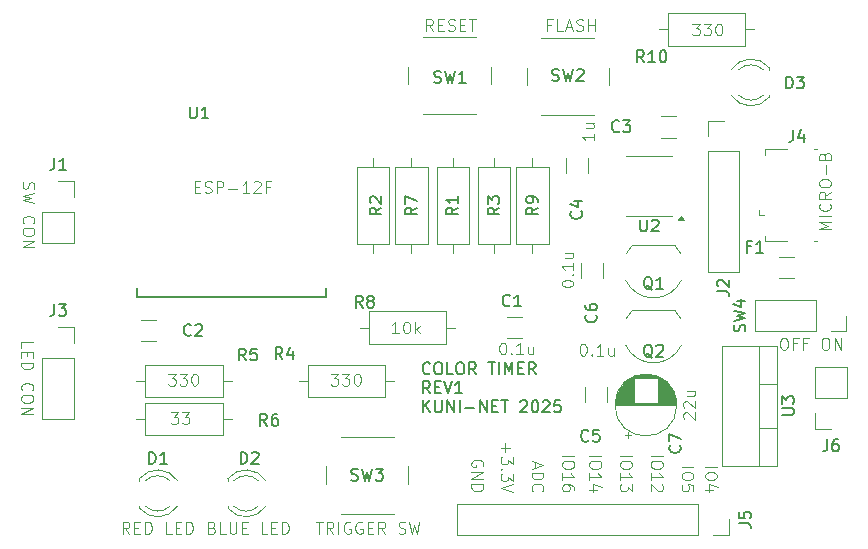
<source format=gto>
G04 #@! TF.GenerationSoftware,KiCad,Pcbnew,9.0.0*
G04 #@! TF.CreationDate,2025-05-08T21:16:48+09:00*
G04 #@! TF.ProjectId,ColorTimer-ESP12F,436f6c6f-7254-4696-9d65-722d45535031,rev?*
G04 #@! TF.SameCoordinates,Original*
G04 #@! TF.FileFunction,Legend,Top*
G04 #@! TF.FilePolarity,Positive*
%FSLAX46Y46*%
G04 Gerber Fmt 4.6, Leading zero omitted, Abs format (unit mm)*
G04 Created by KiCad (PCBNEW 9.0.0) date 2025-05-08 21:16:48*
%MOMM*%
%LPD*%
G01*
G04 APERTURE LIST*
%ADD10C,0.100000*%
%ADD11C,0.150000*%
%ADD12C,0.120000*%
%ADD13C,0.152400*%
G04 APERTURE END LIST*
D10*
X108378646Y-74652419D02*
X108997693Y-74652419D01*
X108997693Y-74652419D02*
X108664360Y-75033371D01*
X108664360Y-75033371D02*
X108807217Y-75033371D01*
X108807217Y-75033371D02*
X108902455Y-75080990D01*
X108902455Y-75080990D02*
X108950074Y-75128609D01*
X108950074Y-75128609D02*
X108997693Y-75223847D01*
X108997693Y-75223847D02*
X108997693Y-75461942D01*
X108997693Y-75461942D02*
X108950074Y-75557180D01*
X108950074Y-75557180D02*
X108902455Y-75604800D01*
X108902455Y-75604800D02*
X108807217Y-75652419D01*
X108807217Y-75652419D02*
X108521503Y-75652419D01*
X108521503Y-75652419D02*
X108426265Y-75604800D01*
X108426265Y-75604800D02*
X108378646Y-75557180D01*
X109331027Y-74652419D02*
X109950074Y-74652419D01*
X109950074Y-74652419D02*
X109616741Y-75033371D01*
X109616741Y-75033371D02*
X109759598Y-75033371D01*
X109759598Y-75033371D02*
X109854836Y-75080990D01*
X109854836Y-75080990D02*
X109902455Y-75128609D01*
X109902455Y-75128609D02*
X109950074Y-75223847D01*
X109950074Y-75223847D02*
X109950074Y-75461942D01*
X109950074Y-75461942D02*
X109902455Y-75557180D01*
X109902455Y-75557180D02*
X109854836Y-75604800D01*
X109854836Y-75604800D02*
X109759598Y-75652419D01*
X109759598Y-75652419D02*
X109473884Y-75652419D01*
X109473884Y-75652419D02*
X109378646Y-75604800D01*
X109378646Y-75604800D02*
X109331027Y-75557180D01*
X95717580Y-69240074D02*
X95717580Y-68763884D01*
X95717580Y-68763884D02*
X96717580Y-68763884D01*
X96241390Y-69573408D02*
X96241390Y-69906741D01*
X95717580Y-70049598D02*
X95717580Y-69573408D01*
X95717580Y-69573408D02*
X96717580Y-69573408D01*
X96717580Y-69573408D02*
X96717580Y-70049598D01*
X95717580Y-70478170D02*
X96717580Y-70478170D01*
X96717580Y-70478170D02*
X96717580Y-70716265D01*
X96717580Y-70716265D02*
X96669961Y-70859122D01*
X96669961Y-70859122D02*
X96574723Y-70954360D01*
X96574723Y-70954360D02*
X96479485Y-71001979D01*
X96479485Y-71001979D02*
X96289009Y-71049598D01*
X96289009Y-71049598D02*
X96146152Y-71049598D01*
X96146152Y-71049598D02*
X95955676Y-71001979D01*
X95955676Y-71001979D02*
X95860438Y-70954360D01*
X95860438Y-70954360D02*
X95765200Y-70859122D01*
X95765200Y-70859122D02*
X95717580Y-70716265D01*
X95717580Y-70716265D02*
X95717580Y-70478170D01*
X95812819Y-72811503D02*
X95765200Y-72763884D01*
X95765200Y-72763884D02*
X95717580Y-72621027D01*
X95717580Y-72621027D02*
X95717580Y-72525789D01*
X95717580Y-72525789D02*
X95765200Y-72382932D01*
X95765200Y-72382932D02*
X95860438Y-72287694D01*
X95860438Y-72287694D02*
X95955676Y-72240075D01*
X95955676Y-72240075D02*
X96146152Y-72192456D01*
X96146152Y-72192456D02*
X96289009Y-72192456D01*
X96289009Y-72192456D02*
X96479485Y-72240075D01*
X96479485Y-72240075D02*
X96574723Y-72287694D01*
X96574723Y-72287694D02*
X96669961Y-72382932D01*
X96669961Y-72382932D02*
X96717580Y-72525789D01*
X96717580Y-72525789D02*
X96717580Y-72621027D01*
X96717580Y-72621027D02*
X96669961Y-72763884D01*
X96669961Y-72763884D02*
X96622342Y-72811503D01*
X96717580Y-73430551D02*
X96717580Y-73621027D01*
X96717580Y-73621027D02*
X96669961Y-73716265D01*
X96669961Y-73716265D02*
X96574723Y-73811503D01*
X96574723Y-73811503D02*
X96384247Y-73859122D01*
X96384247Y-73859122D02*
X96050914Y-73859122D01*
X96050914Y-73859122D02*
X95860438Y-73811503D01*
X95860438Y-73811503D02*
X95765200Y-73716265D01*
X95765200Y-73716265D02*
X95717580Y-73621027D01*
X95717580Y-73621027D02*
X95717580Y-73430551D01*
X95717580Y-73430551D02*
X95765200Y-73335313D01*
X95765200Y-73335313D02*
X95860438Y-73240075D01*
X95860438Y-73240075D02*
X96050914Y-73192456D01*
X96050914Y-73192456D02*
X96384247Y-73192456D01*
X96384247Y-73192456D02*
X96574723Y-73240075D01*
X96574723Y-73240075D02*
X96669961Y-73335313D01*
X96669961Y-73335313D02*
X96717580Y-73430551D01*
X95717580Y-74287694D02*
X96717580Y-74287694D01*
X96717580Y-74287694D02*
X95717580Y-74859122D01*
X95717580Y-74859122D02*
X96717580Y-74859122D01*
X111887217Y-84428609D02*
X112030074Y-84476228D01*
X112030074Y-84476228D02*
X112077693Y-84523847D01*
X112077693Y-84523847D02*
X112125312Y-84619085D01*
X112125312Y-84619085D02*
X112125312Y-84761942D01*
X112125312Y-84761942D02*
X112077693Y-84857180D01*
X112077693Y-84857180D02*
X112030074Y-84904800D01*
X112030074Y-84904800D02*
X111934836Y-84952419D01*
X111934836Y-84952419D02*
X111553884Y-84952419D01*
X111553884Y-84952419D02*
X111553884Y-83952419D01*
X111553884Y-83952419D02*
X111887217Y-83952419D01*
X111887217Y-83952419D02*
X111982455Y-84000038D01*
X111982455Y-84000038D02*
X112030074Y-84047657D01*
X112030074Y-84047657D02*
X112077693Y-84142895D01*
X112077693Y-84142895D02*
X112077693Y-84238133D01*
X112077693Y-84238133D02*
X112030074Y-84333371D01*
X112030074Y-84333371D02*
X111982455Y-84380990D01*
X111982455Y-84380990D02*
X111887217Y-84428609D01*
X111887217Y-84428609D02*
X111553884Y-84428609D01*
X113030074Y-84952419D02*
X112553884Y-84952419D01*
X112553884Y-84952419D02*
X112553884Y-83952419D01*
X113363408Y-83952419D02*
X113363408Y-84761942D01*
X113363408Y-84761942D02*
X113411027Y-84857180D01*
X113411027Y-84857180D02*
X113458646Y-84904800D01*
X113458646Y-84904800D02*
X113553884Y-84952419D01*
X113553884Y-84952419D02*
X113744360Y-84952419D01*
X113744360Y-84952419D02*
X113839598Y-84904800D01*
X113839598Y-84904800D02*
X113887217Y-84857180D01*
X113887217Y-84857180D02*
X113934836Y-84761942D01*
X113934836Y-84761942D02*
X113934836Y-83952419D01*
X114411027Y-84428609D02*
X114744360Y-84428609D01*
X114887217Y-84952419D02*
X114411027Y-84952419D01*
X114411027Y-84952419D02*
X114411027Y-83952419D01*
X114411027Y-83952419D02*
X114887217Y-83952419D01*
X116553884Y-84952419D02*
X116077694Y-84952419D01*
X116077694Y-84952419D02*
X116077694Y-83952419D01*
X116887218Y-84428609D02*
X117220551Y-84428609D01*
X117363408Y-84952419D02*
X116887218Y-84952419D01*
X116887218Y-84952419D02*
X116887218Y-83952419D01*
X116887218Y-83952419D02*
X117363408Y-83952419D01*
X117791980Y-84952419D02*
X117791980Y-83952419D01*
X117791980Y-83952419D02*
X118030075Y-83952419D01*
X118030075Y-83952419D02*
X118172932Y-84000038D01*
X118172932Y-84000038D02*
X118268170Y-84095276D01*
X118268170Y-84095276D02*
X118315789Y-84190514D01*
X118315789Y-84190514D02*
X118363408Y-84380990D01*
X118363408Y-84380990D02*
X118363408Y-84523847D01*
X118363408Y-84523847D02*
X118315789Y-84714323D01*
X118315789Y-84714323D02*
X118268170Y-84809561D01*
X118268170Y-84809561D02*
X118172932Y-84904800D01*
X118172932Y-84904800D02*
X118030075Y-84952419D01*
X118030075Y-84952419D02*
X117791980Y-84952419D01*
X146427580Y-78351503D02*
X147427580Y-78351503D01*
X147427580Y-79018169D02*
X147427580Y-79208645D01*
X147427580Y-79208645D02*
X147379961Y-79303883D01*
X147379961Y-79303883D02*
X147284723Y-79399121D01*
X147284723Y-79399121D02*
X147094247Y-79446740D01*
X147094247Y-79446740D02*
X146760914Y-79446740D01*
X146760914Y-79446740D02*
X146570438Y-79399121D01*
X146570438Y-79399121D02*
X146475200Y-79303883D01*
X146475200Y-79303883D02*
X146427580Y-79208645D01*
X146427580Y-79208645D02*
X146427580Y-79018169D01*
X146427580Y-79018169D02*
X146475200Y-78922931D01*
X146475200Y-78922931D02*
X146570438Y-78827693D01*
X146570438Y-78827693D02*
X146760914Y-78780074D01*
X146760914Y-78780074D02*
X147094247Y-78780074D01*
X147094247Y-78780074D02*
X147284723Y-78827693D01*
X147284723Y-78827693D02*
X147379961Y-78922931D01*
X147379961Y-78922931D02*
X147427580Y-79018169D01*
X146427580Y-80399121D02*
X146427580Y-79827693D01*
X146427580Y-80113407D02*
X147427580Y-80113407D01*
X147427580Y-80113407D02*
X147284723Y-80018169D01*
X147284723Y-80018169D02*
X147189485Y-79922931D01*
X147189485Y-79922931D02*
X147141866Y-79827693D01*
X147427580Y-80732455D02*
X147427580Y-81351502D01*
X147427580Y-81351502D02*
X147046628Y-81018169D01*
X147046628Y-81018169D02*
X147046628Y-81161026D01*
X147046628Y-81161026D02*
X146999009Y-81256264D01*
X146999009Y-81256264D02*
X146951390Y-81303883D01*
X146951390Y-81303883D02*
X146856152Y-81351502D01*
X146856152Y-81351502D02*
X146618057Y-81351502D01*
X146618057Y-81351502D02*
X146522819Y-81303883D01*
X146522819Y-81303883D02*
X146475200Y-81256264D01*
X146475200Y-81256264D02*
X146427580Y-81161026D01*
X146427580Y-81161026D02*
X146427580Y-80875312D01*
X146427580Y-80875312D02*
X146475200Y-80780074D01*
X146475200Y-80780074D02*
X146522819Y-80732455D01*
X144172419Y-51072306D02*
X144172419Y-51643734D01*
X144172419Y-51358020D02*
X143172419Y-51358020D01*
X143172419Y-51358020D02*
X143315276Y-51453258D01*
X143315276Y-51453258D02*
X143410514Y-51548496D01*
X143410514Y-51548496D02*
X143458133Y-51643734D01*
X143505752Y-50215163D02*
X144172419Y-50215163D01*
X143505752Y-50643734D02*
X144029561Y-50643734D01*
X144029561Y-50643734D02*
X144124800Y-50596115D01*
X144124800Y-50596115D02*
X144172419Y-50500877D01*
X144172419Y-50500877D02*
X144172419Y-50358020D01*
X144172419Y-50358020D02*
X144124800Y-50262782D01*
X144124800Y-50262782D02*
X144077180Y-50215163D01*
D11*
X130308207Y-71354692D02*
X130260588Y-71402312D01*
X130260588Y-71402312D02*
X130117731Y-71449931D01*
X130117731Y-71449931D02*
X130022493Y-71449931D01*
X130022493Y-71449931D02*
X129879636Y-71402312D01*
X129879636Y-71402312D02*
X129784398Y-71307073D01*
X129784398Y-71307073D02*
X129736779Y-71211835D01*
X129736779Y-71211835D02*
X129689160Y-71021359D01*
X129689160Y-71021359D02*
X129689160Y-70878502D01*
X129689160Y-70878502D02*
X129736779Y-70688026D01*
X129736779Y-70688026D02*
X129784398Y-70592788D01*
X129784398Y-70592788D02*
X129879636Y-70497550D01*
X129879636Y-70497550D02*
X130022493Y-70449931D01*
X130022493Y-70449931D02*
X130117731Y-70449931D01*
X130117731Y-70449931D02*
X130260588Y-70497550D01*
X130260588Y-70497550D02*
X130308207Y-70545169D01*
X130927255Y-70449931D02*
X131117731Y-70449931D01*
X131117731Y-70449931D02*
X131212969Y-70497550D01*
X131212969Y-70497550D02*
X131308207Y-70592788D01*
X131308207Y-70592788D02*
X131355826Y-70783264D01*
X131355826Y-70783264D02*
X131355826Y-71116597D01*
X131355826Y-71116597D02*
X131308207Y-71307073D01*
X131308207Y-71307073D02*
X131212969Y-71402312D01*
X131212969Y-71402312D02*
X131117731Y-71449931D01*
X131117731Y-71449931D02*
X130927255Y-71449931D01*
X130927255Y-71449931D02*
X130832017Y-71402312D01*
X130832017Y-71402312D02*
X130736779Y-71307073D01*
X130736779Y-71307073D02*
X130689160Y-71116597D01*
X130689160Y-71116597D02*
X130689160Y-70783264D01*
X130689160Y-70783264D02*
X130736779Y-70592788D01*
X130736779Y-70592788D02*
X130832017Y-70497550D01*
X130832017Y-70497550D02*
X130927255Y-70449931D01*
X132260588Y-71449931D02*
X131784398Y-71449931D01*
X131784398Y-71449931D02*
X131784398Y-70449931D01*
X132784398Y-70449931D02*
X132974874Y-70449931D01*
X132974874Y-70449931D02*
X133070112Y-70497550D01*
X133070112Y-70497550D02*
X133165350Y-70592788D01*
X133165350Y-70592788D02*
X133212969Y-70783264D01*
X133212969Y-70783264D02*
X133212969Y-71116597D01*
X133212969Y-71116597D02*
X133165350Y-71307073D01*
X133165350Y-71307073D02*
X133070112Y-71402312D01*
X133070112Y-71402312D02*
X132974874Y-71449931D01*
X132974874Y-71449931D02*
X132784398Y-71449931D01*
X132784398Y-71449931D02*
X132689160Y-71402312D01*
X132689160Y-71402312D02*
X132593922Y-71307073D01*
X132593922Y-71307073D02*
X132546303Y-71116597D01*
X132546303Y-71116597D02*
X132546303Y-70783264D01*
X132546303Y-70783264D02*
X132593922Y-70592788D01*
X132593922Y-70592788D02*
X132689160Y-70497550D01*
X132689160Y-70497550D02*
X132784398Y-70449931D01*
X134212969Y-71449931D02*
X133879636Y-70973740D01*
X133641541Y-71449931D02*
X133641541Y-70449931D01*
X133641541Y-70449931D02*
X134022493Y-70449931D01*
X134022493Y-70449931D02*
X134117731Y-70497550D01*
X134117731Y-70497550D02*
X134165350Y-70545169D01*
X134165350Y-70545169D02*
X134212969Y-70640407D01*
X134212969Y-70640407D02*
X134212969Y-70783264D01*
X134212969Y-70783264D02*
X134165350Y-70878502D01*
X134165350Y-70878502D02*
X134117731Y-70926121D01*
X134117731Y-70926121D02*
X134022493Y-70973740D01*
X134022493Y-70973740D02*
X133641541Y-70973740D01*
X135260589Y-70449931D02*
X135832017Y-70449931D01*
X135546303Y-71449931D02*
X135546303Y-70449931D01*
X136165351Y-71449931D02*
X136165351Y-70449931D01*
X136641541Y-71449931D02*
X136641541Y-70449931D01*
X136641541Y-70449931D02*
X136974874Y-71164216D01*
X136974874Y-71164216D02*
X137308207Y-70449931D01*
X137308207Y-70449931D02*
X137308207Y-71449931D01*
X137784398Y-70926121D02*
X138117731Y-70926121D01*
X138260588Y-71449931D02*
X137784398Y-71449931D01*
X137784398Y-71449931D02*
X137784398Y-70449931D01*
X137784398Y-70449931D02*
X138260588Y-70449931D01*
X139260588Y-71449931D02*
X138927255Y-70973740D01*
X138689160Y-71449931D02*
X138689160Y-70449931D01*
X138689160Y-70449931D02*
X139070112Y-70449931D01*
X139070112Y-70449931D02*
X139165350Y-70497550D01*
X139165350Y-70497550D02*
X139212969Y-70545169D01*
X139212969Y-70545169D02*
X139260588Y-70640407D01*
X139260588Y-70640407D02*
X139260588Y-70783264D01*
X139260588Y-70783264D02*
X139212969Y-70878502D01*
X139212969Y-70878502D02*
X139165350Y-70926121D01*
X139165350Y-70926121D02*
X139070112Y-70973740D01*
X139070112Y-70973740D02*
X138689160Y-70973740D01*
X130308207Y-73059875D02*
X129974874Y-72583684D01*
X129736779Y-73059875D02*
X129736779Y-72059875D01*
X129736779Y-72059875D02*
X130117731Y-72059875D01*
X130117731Y-72059875D02*
X130212969Y-72107494D01*
X130212969Y-72107494D02*
X130260588Y-72155113D01*
X130260588Y-72155113D02*
X130308207Y-72250351D01*
X130308207Y-72250351D02*
X130308207Y-72393208D01*
X130308207Y-72393208D02*
X130260588Y-72488446D01*
X130260588Y-72488446D02*
X130212969Y-72536065D01*
X130212969Y-72536065D02*
X130117731Y-72583684D01*
X130117731Y-72583684D02*
X129736779Y-72583684D01*
X130736779Y-72536065D02*
X131070112Y-72536065D01*
X131212969Y-73059875D02*
X130736779Y-73059875D01*
X130736779Y-73059875D02*
X130736779Y-72059875D01*
X130736779Y-72059875D02*
X131212969Y-72059875D01*
X131498684Y-72059875D02*
X131832017Y-73059875D01*
X131832017Y-73059875D02*
X132165350Y-72059875D01*
X133022493Y-73059875D02*
X132451065Y-73059875D01*
X132736779Y-73059875D02*
X132736779Y-72059875D01*
X132736779Y-72059875D02*
X132641541Y-72202732D01*
X132641541Y-72202732D02*
X132546303Y-72297970D01*
X132546303Y-72297970D02*
X132451065Y-72345589D01*
X129736779Y-74669819D02*
X129736779Y-73669819D01*
X130308207Y-74669819D02*
X129879636Y-74098390D01*
X130308207Y-73669819D02*
X129736779Y-74241247D01*
X130736779Y-73669819D02*
X130736779Y-74479342D01*
X130736779Y-74479342D02*
X130784398Y-74574580D01*
X130784398Y-74574580D02*
X130832017Y-74622200D01*
X130832017Y-74622200D02*
X130927255Y-74669819D01*
X130927255Y-74669819D02*
X131117731Y-74669819D01*
X131117731Y-74669819D02*
X131212969Y-74622200D01*
X131212969Y-74622200D02*
X131260588Y-74574580D01*
X131260588Y-74574580D02*
X131308207Y-74479342D01*
X131308207Y-74479342D02*
X131308207Y-73669819D01*
X131784398Y-74669819D02*
X131784398Y-73669819D01*
X131784398Y-73669819D02*
X132355826Y-74669819D01*
X132355826Y-74669819D02*
X132355826Y-73669819D01*
X132832017Y-74669819D02*
X132832017Y-73669819D01*
X133308207Y-74288866D02*
X134070112Y-74288866D01*
X134546302Y-74669819D02*
X134546302Y-73669819D01*
X134546302Y-73669819D02*
X135117730Y-74669819D01*
X135117730Y-74669819D02*
X135117730Y-73669819D01*
X135593921Y-74146009D02*
X135927254Y-74146009D01*
X136070111Y-74669819D02*
X135593921Y-74669819D01*
X135593921Y-74669819D02*
X135593921Y-73669819D01*
X135593921Y-73669819D02*
X136070111Y-73669819D01*
X136355826Y-73669819D02*
X136927254Y-73669819D01*
X136641540Y-74669819D02*
X136641540Y-73669819D01*
X137974874Y-73765057D02*
X138022493Y-73717438D01*
X138022493Y-73717438D02*
X138117731Y-73669819D01*
X138117731Y-73669819D02*
X138355826Y-73669819D01*
X138355826Y-73669819D02*
X138451064Y-73717438D01*
X138451064Y-73717438D02*
X138498683Y-73765057D01*
X138498683Y-73765057D02*
X138546302Y-73860295D01*
X138546302Y-73860295D02*
X138546302Y-73955533D01*
X138546302Y-73955533D02*
X138498683Y-74098390D01*
X138498683Y-74098390D02*
X137927255Y-74669819D01*
X137927255Y-74669819D02*
X138546302Y-74669819D01*
X139165350Y-73669819D02*
X139260588Y-73669819D01*
X139260588Y-73669819D02*
X139355826Y-73717438D01*
X139355826Y-73717438D02*
X139403445Y-73765057D01*
X139403445Y-73765057D02*
X139451064Y-73860295D01*
X139451064Y-73860295D02*
X139498683Y-74050771D01*
X139498683Y-74050771D02*
X139498683Y-74288866D01*
X139498683Y-74288866D02*
X139451064Y-74479342D01*
X139451064Y-74479342D02*
X139403445Y-74574580D01*
X139403445Y-74574580D02*
X139355826Y-74622200D01*
X139355826Y-74622200D02*
X139260588Y-74669819D01*
X139260588Y-74669819D02*
X139165350Y-74669819D01*
X139165350Y-74669819D02*
X139070112Y-74622200D01*
X139070112Y-74622200D02*
X139022493Y-74574580D01*
X139022493Y-74574580D02*
X138974874Y-74479342D01*
X138974874Y-74479342D02*
X138927255Y-74288866D01*
X138927255Y-74288866D02*
X138927255Y-74050771D01*
X138927255Y-74050771D02*
X138974874Y-73860295D01*
X138974874Y-73860295D02*
X139022493Y-73765057D01*
X139022493Y-73765057D02*
X139070112Y-73717438D01*
X139070112Y-73717438D02*
X139165350Y-73669819D01*
X139879636Y-73765057D02*
X139927255Y-73717438D01*
X139927255Y-73717438D02*
X140022493Y-73669819D01*
X140022493Y-73669819D02*
X140260588Y-73669819D01*
X140260588Y-73669819D02*
X140355826Y-73717438D01*
X140355826Y-73717438D02*
X140403445Y-73765057D01*
X140403445Y-73765057D02*
X140451064Y-73860295D01*
X140451064Y-73860295D02*
X140451064Y-73955533D01*
X140451064Y-73955533D02*
X140403445Y-74098390D01*
X140403445Y-74098390D02*
X139832017Y-74669819D01*
X139832017Y-74669819D02*
X140451064Y-74669819D01*
X141355826Y-73669819D02*
X140879636Y-73669819D01*
X140879636Y-73669819D02*
X140832017Y-74146009D01*
X140832017Y-74146009D02*
X140879636Y-74098390D01*
X140879636Y-74098390D02*
X140974874Y-74050771D01*
X140974874Y-74050771D02*
X141212969Y-74050771D01*
X141212969Y-74050771D02*
X141308207Y-74098390D01*
X141308207Y-74098390D02*
X141355826Y-74146009D01*
X141355826Y-74146009D02*
X141403445Y-74241247D01*
X141403445Y-74241247D02*
X141403445Y-74479342D01*
X141403445Y-74479342D02*
X141355826Y-74574580D01*
X141355826Y-74574580D02*
X141308207Y-74622200D01*
X141308207Y-74622200D02*
X141212969Y-74669819D01*
X141212969Y-74669819D02*
X140974874Y-74669819D01*
X140974874Y-74669819D02*
X140879636Y-74622200D01*
X140879636Y-74622200D02*
X140832017Y-74574580D01*
D10*
X121928646Y-71411919D02*
X122547693Y-71411919D01*
X122547693Y-71411919D02*
X122214360Y-71792871D01*
X122214360Y-71792871D02*
X122357217Y-71792871D01*
X122357217Y-71792871D02*
X122452455Y-71840490D01*
X122452455Y-71840490D02*
X122500074Y-71888109D01*
X122500074Y-71888109D02*
X122547693Y-71983347D01*
X122547693Y-71983347D02*
X122547693Y-72221442D01*
X122547693Y-72221442D02*
X122500074Y-72316680D01*
X122500074Y-72316680D02*
X122452455Y-72364300D01*
X122452455Y-72364300D02*
X122357217Y-72411919D01*
X122357217Y-72411919D02*
X122071503Y-72411919D01*
X122071503Y-72411919D02*
X121976265Y-72364300D01*
X121976265Y-72364300D02*
X121928646Y-72316680D01*
X122881027Y-71411919D02*
X123500074Y-71411919D01*
X123500074Y-71411919D02*
X123166741Y-71792871D01*
X123166741Y-71792871D02*
X123309598Y-71792871D01*
X123309598Y-71792871D02*
X123404836Y-71840490D01*
X123404836Y-71840490D02*
X123452455Y-71888109D01*
X123452455Y-71888109D02*
X123500074Y-71983347D01*
X123500074Y-71983347D02*
X123500074Y-72221442D01*
X123500074Y-72221442D02*
X123452455Y-72316680D01*
X123452455Y-72316680D02*
X123404836Y-72364300D01*
X123404836Y-72364300D02*
X123309598Y-72411919D01*
X123309598Y-72411919D02*
X123023884Y-72411919D01*
X123023884Y-72411919D02*
X122928646Y-72364300D01*
X122928646Y-72364300D02*
X122881027Y-72316680D01*
X124119122Y-71411919D02*
X124214360Y-71411919D01*
X124214360Y-71411919D02*
X124309598Y-71459538D01*
X124309598Y-71459538D02*
X124357217Y-71507157D01*
X124357217Y-71507157D02*
X124404836Y-71602395D01*
X124404836Y-71602395D02*
X124452455Y-71792871D01*
X124452455Y-71792871D02*
X124452455Y-72030966D01*
X124452455Y-72030966D02*
X124404836Y-72221442D01*
X124404836Y-72221442D02*
X124357217Y-72316680D01*
X124357217Y-72316680D02*
X124309598Y-72364300D01*
X124309598Y-72364300D02*
X124214360Y-72411919D01*
X124214360Y-72411919D02*
X124119122Y-72411919D01*
X124119122Y-72411919D02*
X124023884Y-72364300D01*
X124023884Y-72364300D02*
X123976265Y-72316680D01*
X123976265Y-72316680D02*
X123928646Y-72221442D01*
X123928646Y-72221442D02*
X123881027Y-72030966D01*
X123881027Y-72030966D02*
X123881027Y-71792871D01*
X123881027Y-71792871D02*
X123928646Y-71602395D01*
X123928646Y-71602395D02*
X123976265Y-71507157D01*
X123976265Y-71507157D02*
X124023884Y-71459538D01*
X124023884Y-71459538D02*
X124119122Y-71411919D01*
X151867657Y-75243734D02*
X151820038Y-75196115D01*
X151820038Y-75196115D02*
X151772419Y-75100877D01*
X151772419Y-75100877D02*
X151772419Y-74862782D01*
X151772419Y-74862782D02*
X151820038Y-74767544D01*
X151820038Y-74767544D02*
X151867657Y-74719925D01*
X151867657Y-74719925D02*
X151962895Y-74672306D01*
X151962895Y-74672306D02*
X152058133Y-74672306D01*
X152058133Y-74672306D02*
X152200990Y-74719925D01*
X152200990Y-74719925D02*
X152772419Y-75291353D01*
X152772419Y-75291353D02*
X152772419Y-74672306D01*
X151867657Y-74291353D02*
X151820038Y-74243734D01*
X151820038Y-74243734D02*
X151772419Y-74148496D01*
X151772419Y-74148496D02*
X151772419Y-73910401D01*
X151772419Y-73910401D02*
X151820038Y-73815163D01*
X151820038Y-73815163D02*
X151867657Y-73767544D01*
X151867657Y-73767544D02*
X151962895Y-73719925D01*
X151962895Y-73719925D02*
X152058133Y-73719925D01*
X152058133Y-73719925D02*
X152200990Y-73767544D01*
X152200990Y-73767544D02*
X152772419Y-74338972D01*
X152772419Y-74338972D02*
X152772419Y-73719925D01*
X152105752Y-72862782D02*
X152772419Y-72862782D01*
X152105752Y-73291353D02*
X152629561Y-73291353D01*
X152629561Y-73291353D02*
X152724800Y-73243734D01*
X152724800Y-73243734D02*
X152772419Y-73148496D01*
X152772419Y-73148496D02*
X152772419Y-73005639D01*
X152772419Y-73005639D02*
X152724800Y-72910401D01*
X152724800Y-72910401D02*
X152677180Y-72862782D01*
X110403884Y-55586109D02*
X110737217Y-55586109D01*
X110880074Y-56109919D02*
X110403884Y-56109919D01*
X110403884Y-56109919D02*
X110403884Y-55109919D01*
X110403884Y-55109919D02*
X110880074Y-55109919D01*
X111261027Y-56062300D02*
X111403884Y-56109919D01*
X111403884Y-56109919D02*
X111641979Y-56109919D01*
X111641979Y-56109919D02*
X111737217Y-56062300D01*
X111737217Y-56062300D02*
X111784836Y-56014680D01*
X111784836Y-56014680D02*
X111832455Y-55919442D01*
X111832455Y-55919442D02*
X111832455Y-55824204D01*
X111832455Y-55824204D02*
X111784836Y-55728966D01*
X111784836Y-55728966D02*
X111737217Y-55681347D01*
X111737217Y-55681347D02*
X111641979Y-55633728D01*
X111641979Y-55633728D02*
X111451503Y-55586109D01*
X111451503Y-55586109D02*
X111356265Y-55538490D01*
X111356265Y-55538490D02*
X111308646Y-55490871D01*
X111308646Y-55490871D02*
X111261027Y-55395633D01*
X111261027Y-55395633D02*
X111261027Y-55300395D01*
X111261027Y-55300395D02*
X111308646Y-55205157D01*
X111308646Y-55205157D02*
X111356265Y-55157538D01*
X111356265Y-55157538D02*
X111451503Y-55109919D01*
X111451503Y-55109919D02*
X111689598Y-55109919D01*
X111689598Y-55109919D02*
X111832455Y-55157538D01*
X112261027Y-56109919D02*
X112261027Y-55109919D01*
X112261027Y-55109919D02*
X112641979Y-55109919D01*
X112641979Y-55109919D02*
X112737217Y-55157538D01*
X112737217Y-55157538D02*
X112784836Y-55205157D01*
X112784836Y-55205157D02*
X112832455Y-55300395D01*
X112832455Y-55300395D02*
X112832455Y-55443252D01*
X112832455Y-55443252D02*
X112784836Y-55538490D01*
X112784836Y-55538490D02*
X112737217Y-55586109D01*
X112737217Y-55586109D02*
X112641979Y-55633728D01*
X112641979Y-55633728D02*
X112261027Y-55633728D01*
X113261027Y-55728966D02*
X114022932Y-55728966D01*
X115022931Y-56109919D02*
X114451503Y-56109919D01*
X114737217Y-56109919D02*
X114737217Y-55109919D01*
X114737217Y-55109919D02*
X114641979Y-55252776D01*
X114641979Y-55252776D02*
X114546741Y-55348014D01*
X114546741Y-55348014D02*
X114451503Y-55395633D01*
X115403884Y-55205157D02*
X115451503Y-55157538D01*
X115451503Y-55157538D02*
X115546741Y-55109919D01*
X115546741Y-55109919D02*
X115784836Y-55109919D01*
X115784836Y-55109919D02*
X115880074Y-55157538D01*
X115880074Y-55157538D02*
X115927693Y-55205157D01*
X115927693Y-55205157D02*
X115975312Y-55300395D01*
X115975312Y-55300395D02*
X115975312Y-55395633D01*
X115975312Y-55395633D02*
X115927693Y-55538490D01*
X115927693Y-55538490D02*
X115356265Y-56109919D01*
X115356265Y-56109919D02*
X115975312Y-56109919D01*
X116737217Y-55586109D02*
X116403884Y-55586109D01*
X116403884Y-56109919D02*
X116403884Y-55109919D01*
X116403884Y-55109919D02*
X116880074Y-55109919D01*
X130565312Y-42372419D02*
X130231979Y-41896228D01*
X129993884Y-42372419D02*
X129993884Y-41372419D01*
X129993884Y-41372419D02*
X130374836Y-41372419D01*
X130374836Y-41372419D02*
X130470074Y-41420038D01*
X130470074Y-41420038D02*
X130517693Y-41467657D01*
X130517693Y-41467657D02*
X130565312Y-41562895D01*
X130565312Y-41562895D02*
X130565312Y-41705752D01*
X130565312Y-41705752D02*
X130517693Y-41800990D01*
X130517693Y-41800990D02*
X130470074Y-41848609D01*
X130470074Y-41848609D02*
X130374836Y-41896228D01*
X130374836Y-41896228D02*
X129993884Y-41896228D01*
X130993884Y-41848609D02*
X131327217Y-41848609D01*
X131470074Y-42372419D02*
X130993884Y-42372419D01*
X130993884Y-42372419D02*
X130993884Y-41372419D01*
X130993884Y-41372419D02*
X131470074Y-41372419D01*
X131851027Y-42324800D02*
X131993884Y-42372419D01*
X131993884Y-42372419D02*
X132231979Y-42372419D01*
X132231979Y-42372419D02*
X132327217Y-42324800D01*
X132327217Y-42324800D02*
X132374836Y-42277180D01*
X132374836Y-42277180D02*
X132422455Y-42181942D01*
X132422455Y-42181942D02*
X132422455Y-42086704D01*
X132422455Y-42086704D02*
X132374836Y-41991466D01*
X132374836Y-41991466D02*
X132327217Y-41943847D01*
X132327217Y-41943847D02*
X132231979Y-41896228D01*
X132231979Y-41896228D02*
X132041503Y-41848609D01*
X132041503Y-41848609D02*
X131946265Y-41800990D01*
X131946265Y-41800990D02*
X131898646Y-41753371D01*
X131898646Y-41753371D02*
X131851027Y-41658133D01*
X131851027Y-41658133D02*
X131851027Y-41562895D01*
X131851027Y-41562895D02*
X131898646Y-41467657D01*
X131898646Y-41467657D02*
X131946265Y-41420038D01*
X131946265Y-41420038D02*
X132041503Y-41372419D01*
X132041503Y-41372419D02*
X132279598Y-41372419D01*
X132279598Y-41372419D02*
X132422455Y-41420038D01*
X132851027Y-41848609D02*
X133184360Y-41848609D01*
X133327217Y-42372419D02*
X132851027Y-42372419D01*
X132851027Y-42372419D02*
X132851027Y-41372419D01*
X132851027Y-41372419D02*
X133327217Y-41372419D01*
X133612932Y-41372419D02*
X134184360Y-41372419D01*
X133898646Y-42372419D02*
X133898646Y-41372419D01*
X141462419Y-63805639D02*
X141462419Y-63710401D01*
X141462419Y-63710401D02*
X141510038Y-63615163D01*
X141510038Y-63615163D02*
X141557657Y-63567544D01*
X141557657Y-63567544D02*
X141652895Y-63519925D01*
X141652895Y-63519925D02*
X141843371Y-63472306D01*
X141843371Y-63472306D02*
X142081466Y-63472306D01*
X142081466Y-63472306D02*
X142271942Y-63519925D01*
X142271942Y-63519925D02*
X142367180Y-63567544D01*
X142367180Y-63567544D02*
X142414800Y-63615163D01*
X142414800Y-63615163D02*
X142462419Y-63710401D01*
X142462419Y-63710401D02*
X142462419Y-63805639D01*
X142462419Y-63805639D02*
X142414800Y-63900877D01*
X142414800Y-63900877D02*
X142367180Y-63948496D01*
X142367180Y-63948496D02*
X142271942Y-63996115D01*
X142271942Y-63996115D02*
X142081466Y-64043734D01*
X142081466Y-64043734D02*
X141843371Y-64043734D01*
X141843371Y-64043734D02*
X141652895Y-63996115D01*
X141652895Y-63996115D02*
X141557657Y-63948496D01*
X141557657Y-63948496D02*
X141510038Y-63900877D01*
X141510038Y-63900877D02*
X141462419Y-63805639D01*
X142367180Y-63043734D02*
X142414800Y-62996115D01*
X142414800Y-62996115D02*
X142462419Y-63043734D01*
X142462419Y-63043734D02*
X142414800Y-63091353D01*
X142414800Y-63091353D02*
X142367180Y-63043734D01*
X142367180Y-63043734D02*
X142462419Y-63043734D01*
X142462419Y-62043735D02*
X142462419Y-62615163D01*
X142462419Y-62329449D02*
X141462419Y-62329449D01*
X141462419Y-62329449D02*
X141605276Y-62424687D01*
X141605276Y-62424687D02*
X141700514Y-62519925D01*
X141700514Y-62519925D02*
X141748133Y-62615163D01*
X141795752Y-61186592D02*
X142462419Y-61186592D01*
X141795752Y-61615163D02*
X142319561Y-61615163D01*
X142319561Y-61615163D02*
X142414800Y-61567544D01*
X142414800Y-61567544D02*
X142462419Y-61472306D01*
X142462419Y-61472306D02*
X142462419Y-61329449D01*
X142462419Y-61329449D02*
X142414800Y-61234211D01*
X142414800Y-61234211D02*
X142367180Y-61186592D01*
X152538646Y-41762419D02*
X153157693Y-41762419D01*
X153157693Y-41762419D02*
X152824360Y-42143371D01*
X152824360Y-42143371D02*
X152967217Y-42143371D01*
X152967217Y-42143371D02*
X153062455Y-42190990D01*
X153062455Y-42190990D02*
X153110074Y-42238609D01*
X153110074Y-42238609D02*
X153157693Y-42333847D01*
X153157693Y-42333847D02*
X153157693Y-42571942D01*
X153157693Y-42571942D02*
X153110074Y-42667180D01*
X153110074Y-42667180D02*
X153062455Y-42714800D01*
X153062455Y-42714800D02*
X152967217Y-42762419D01*
X152967217Y-42762419D02*
X152681503Y-42762419D01*
X152681503Y-42762419D02*
X152586265Y-42714800D01*
X152586265Y-42714800D02*
X152538646Y-42667180D01*
X153491027Y-41762419D02*
X154110074Y-41762419D01*
X154110074Y-41762419D02*
X153776741Y-42143371D01*
X153776741Y-42143371D02*
X153919598Y-42143371D01*
X153919598Y-42143371D02*
X154014836Y-42190990D01*
X154014836Y-42190990D02*
X154062455Y-42238609D01*
X154062455Y-42238609D02*
X154110074Y-42333847D01*
X154110074Y-42333847D02*
X154110074Y-42571942D01*
X154110074Y-42571942D02*
X154062455Y-42667180D01*
X154062455Y-42667180D02*
X154014836Y-42714800D01*
X154014836Y-42714800D02*
X153919598Y-42762419D01*
X153919598Y-42762419D02*
X153633884Y-42762419D01*
X153633884Y-42762419D02*
X153538646Y-42714800D01*
X153538646Y-42714800D02*
X153491027Y-42667180D01*
X154729122Y-41762419D02*
X154824360Y-41762419D01*
X154824360Y-41762419D02*
X154919598Y-41810038D01*
X154919598Y-41810038D02*
X154967217Y-41857657D01*
X154967217Y-41857657D02*
X155014836Y-41952895D01*
X155014836Y-41952895D02*
X155062455Y-42143371D01*
X155062455Y-42143371D02*
X155062455Y-42381466D01*
X155062455Y-42381466D02*
X155014836Y-42571942D01*
X155014836Y-42571942D02*
X154967217Y-42667180D01*
X154967217Y-42667180D02*
X154919598Y-42714800D01*
X154919598Y-42714800D02*
X154824360Y-42762419D01*
X154824360Y-42762419D02*
X154729122Y-42762419D01*
X154729122Y-42762419D02*
X154633884Y-42714800D01*
X154633884Y-42714800D02*
X154586265Y-42667180D01*
X154586265Y-42667180D02*
X154538646Y-42571942D01*
X154538646Y-42571942D02*
X154491027Y-42381466D01*
X154491027Y-42381466D02*
X154491027Y-42143371D01*
X154491027Y-42143371D02*
X154538646Y-41952895D01*
X154538646Y-41952895D02*
X154586265Y-41857657D01*
X154586265Y-41857657D02*
X154633884Y-41810038D01*
X154633884Y-41810038D02*
X154729122Y-41762419D01*
X120671027Y-83952419D02*
X121242455Y-83952419D01*
X120956741Y-84952419D02*
X120956741Y-83952419D01*
X122147217Y-84952419D02*
X121813884Y-84476228D01*
X121575789Y-84952419D02*
X121575789Y-83952419D01*
X121575789Y-83952419D02*
X121956741Y-83952419D01*
X121956741Y-83952419D02*
X122051979Y-84000038D01*
X122051979Y-84000038D02*
X122099598Y-84047657D01*
X122099598Y-84047657D02*
X122147217Y-84142895D01*
X122147217Y-84142895D02*
X122147217Y-84285752D01*
X122147217Y-84285752D02*
X122099598Y-84380990D01*
X122099598Y-84380990D02*
X122051979Y-84428609D01*
X122051979Y-84428609D02*
X121956741Y-84476228D01*
X121956741Y-84476228D02*
X121575789Y-84476228D01*
X122575789Y-84952419D02*
X122575789Y-83952419D01*
X123575788Y-84000038D02*
X123480550Y-83952419D01*
X123480550Y-83952419D02*
X123337693Y-83952419D01*
X123337693Y-83952419D02*
X123194836Y-84000038D01*
X123194836Y-84000038D02*
X123099598Y-84095276D01*
X123099598Y-84095276D02*
X123051979Y-84190514D01*
X123051979Y-84190514D02*
X123004360Y-84380990D01*
X123004360Y-84380990D02*
X123004360Y-84523847D01*
X123004360Y-84523847D02*
X123051979Y-84714323D01*
X123051979Y-84714323D02*
X123099598Y-84809561D01*
X123099598Y-84809561D02*
X123194836Y-84904800D01*
X123194836Y-84904800D02*
X123337693Y-84952419D01*
X123337693Y-84952419D02*
X123432931Y-84952419D01*
X123432931Y-84952419D02*
X123575788Y-84904800D01*
X123575788Y-84904800D02*
X123623407Y-84857180D01*
X123623407Y-84857180D02*
X123623407Y-84523847D01*
X123623407Y-84523847D02*
X123432931Y-84523847D01*
X124575788Y-84000038D02*
X124480550Y-83952419D01*
X124480550Y-83952419D02*
X124337693Y-83952419D01*
X124337693Y-83952419D02*
X124194836Y-84000038D01*
X124194836Y-84000038D02*
X124099598Y-84095276D01*
X124099598Y-84095276D02*
X124051979Y-84190514D01*
X124051979Y-84190514D02*
X124004360Y-84380990D01*
X124004360Y-84380990D02*
X124004360Y-84523847D01*
X124004360Y-84523847D02*
X124051979Y-84714323D01*
X124051979Y-84714323D02*
X124099598Y-84809561D01*
X124099598Y-84809561D02*
X124194836Y-84904800D01*
X124194836Y-84904800D02*
X124337693Y-84952419D01*
X124337693Y-84952419D02*
X124432931Y-84952419D01*
X124432931Y-84952419D02*
X124575788Y-84904800D01*
X124575788Y-84904800D02*
X124623407Y-84857180D01*
X124623407Y-84857180D02*
X124623407Y-84523847D01*
X124623407Y-84523847D02*
X124432931Y-84523847D01*
X125051979Y-84428609D02*
X125385312Y-84428609D01*
X125528169Y-84952419D02*
X125051979Y-84952419D01*
X125051979Y-84952419D02*
X125051979Y-83952419D01*
X125051979Y-83952419D02*
X125528169Y-83952419D01*
X126528169Y-84952419D02*
X126194836Y-84476228D01*
X125956741Y-84952419D02*
X125956741Y-83952419D01*
X125956741Y-83952419D02*
X126337693Y-83952419D01*
X126337693Y-83952419D02*
X126432931Y-84000038D01*
X126432931Y-84000038D02*
X126480550Y-84047657D01*
X126480550Y-84047657D02*
X126528169Y-84142895D01*
X126528169Y-84142895D02*
X126528169Y-84285752D01*
X126528169Y-84285752D02*
X126480550Y-84380990D01*
X126480550Y-84380990D02*
X126432931Y-84428609D01*
X126432931Y-84428609D02*
X126337693Y-84476228D01*
X126337693Y-84476228D02*
X125956741Y-84476228D01*
X127671027Y-84904800D02*
X127813884Y-84952419D01*
X127813884Y-84952419D02*
X128051979Y-84952419D01*
X128051979Y-84952419D02*
X128147217Y-84904800D01*
X128147217Y-84904800D02*
X128194836Y-84857180D01*
X128194836Y-84857180D02*
X128242455Y-84761942D01*
X128242455Y-84761942D02*
X128242455Y-84666704D01*
X128242455Y-84666704D02*
X128194836Y-84571466D01*
X128194836Y-84571466D02*
X128147217Y-84523847D01*
X128147217Y-84523847D02*
X128051979Y-84476228D01*
X128051979Y-84476228D02*
X127861503Y-84428609D01*
X127861503Y-84428609D02*
X127766265Y-84380990D01*
X127766265Y-84380990D02*
X127718646Y-84333371D01*
X127718646Y-84333371D02*
X127671027Y-84238133D01*
X127671027Y-84238133D02*
X127671027Y-84142895D01*
X127671027Y-84142895D02*
X127718646Y-84047657D01*
X127718646Y-84047657D02*
X127766265Y-84000038D01*
X127766265Y-84000038D02*
X127861503Y-83952419D01*
X127861503Y-83952419D02*
X128099598Y-83952419D01*
X128099598Y-83952419D02*
X128242455Y-84000038D01*
X128575789Y-83952419D02*
X128813884Y-84952419D01*
X128813884Y-84952419D02*
X129004360Y-84238133D01*
X129004360Y-84238133D02*
X129194836Y-84952419D01*
X129194836Y-84952419D02*
X129432932Y-83952419D01*
X95875200Y-55196265D02*
X95827580Y-55339122D01*
X95827580Y-55339122D02*
X95827580Y-55577217D01*
X95827580Y-55577217D02*
X95875200Y-55672455D01*
X95875200Y-55672455D02*
X95922819Y-55720074D01*
X95922819Y-55720074D02*
X96018057Y-55767693D01*
X96018057Y-55767693D02*
X96113295Y-55767693D01*
X96113295Y-55767693D02*
X96208533Y-55720074D01*
X96208533Y-55720074D02*
X96256152Y-55672455D01*
X96256152Y-55672455D02*
X96303771Y-55577217D01*
X96303771Y-55577217D02*
X96351390Y-55386741D01*
X96351390Y-55386741D02*
X96399009Y-55291503D01*
X96399009Y-55291503D02*
X96446628Y-55243884D01*
X96446628Y-55243884D02*
X96541866Y-55196265D01*
X96541866Y-55196265D02*
X96637104Y-55196265D01*
X96637104Y-55196265D02*
X96732342Y-55243884D01*
X96732342Y-55243884D02*
X96779961Y-55291503D01*
X96779961Y-55291503D02*
X96827580Y-55386741D01*
X96827580Y-55386741D02*
X96827580Y-55624836D01*
X96827580Y-55624836D02*
X96779961Y-55767693D01*
X96827580Y-56101027D02*
X95827580Y-56339122D01*
X95827580Y-56339122D02*
X96541866Y-56529598D01*
X96541866Y-56529598D02*
X95827580Y-56720074D01*
X95827580Y-56720074D02*
X96827580Y-56958170D01*
X95922819Y-58672455D02*
X95875200Y-58624836D01*
X95875200Y-58624836D02*
X95827580Y-58481979D01*
X95827580Y-58481979D02*
X95827580Y-58386741D01*
X95827580Y-58386741D02*
X95875200Y-58243884D01*
X95875200Y-58243884D02*
X95970438Y-58148646D01*
X95970438Y-58148646D02*
X96065676Y-58101027D01*
X96065676Y-58101027D02*
X96256152Y-58053408D01*
X96256152Y-58053408D02*
X96399009Y-58053408D01*
X96399009Y-58053408D02*
X96589485Y-58101027D01*
X96589485Y-58101027D02*
X96684723Y-58148646D01*
X96684723Y-58148646D02*
X96779961Y-58243884D01*
X96779961Y-58243884D02*
X96827580Y-58386741D01*
X96827580Y-58386741D02*
X96827580Y-58481979D01*
X96827580Y-58481979D02*
X96779961Y-58624836D01*
X96779961Y-58624836D02*
X96732342Y-58672455D01*
X96827580Y-59291503D02*
X96827580Y-59481979D01*
X96827580Y-59481979D02*
X96779961Y-59577217D01*
X96779961Y-59577217D02*
X96684723Y-59672455D01*
X96684723Y-59672455D02*
X96494247Y-59720074D01*
X96494247Y-59720074D02*
X96160914Y-59720074D01*
X96160914Y-59720074D02*
X95970438Y-59672455D01*
X95970438Y-59672455D02*
X95875200Y-59577217D01*
X95875200Y-59577217D02*
X95827580Y-59481979D01*
X95827580Y-59481979D02*
X95827580Y-59291503D01*
X95827580Y-59291503D02*
X95875200Y-59196265D01*
X95875200Y-59196265D02*
X95970438Y-59101027D01*
X95970438Y-59101027D02*
X96160914Y-59053408D01*
X96160914Y-59053408D02*
X96494247Y-59053408D01*
X96494247Y-59053408D02*
X96684723Y-59101027D01*
X96684723Y-59101027D02*
X96779961Y-59196265D01*
X96779961Y-59196265D02*
X96827580Y-59291503D01*
X95827580Y-60148646D02*
X96827580Y-60148646D01*
X96827580Y-60148646D02*
X95827580Y-60720074D01*
X95827580Y-60720074D02*
X96827580Y-60720074D01*
X143827580Y-78351503D02*
X144827580Y-78351503D01*
X144827580Y-79018169D02*
X144827580Y-79208645D01*
X144827580Y-79208645D02*
X144779961Y-79303883D01*
X144779961Y-79303883D02*
X144684723Y-79399121D01*
X144684723Y-79399121D02*
X144494247Y-79446740D01*
X144494247Y-79446740D02*
X144160914Y-79446740D01*
X144160914Y-79446740D02*
X143970438Y-79399121D01*
X143970438Y-79399121D02*
X143875200Y-79303883D01*
X143875200Y-79303883D02*
X143827580Y-79208645D01*
X143827580Y-79208645D02*
X143827580Y-79018169D01*
X143827580Y-79018169D02*
X143875200Y-78922931D01*
X143875200Y-78922931D02*
X143970438Y-78827693D01*
X143970438Y-78827693D02*
X144160914Y-78780074D01*
X144160914Y-78780074D02*
X144494247Y-78780074D01*
X144494247Y-78780074D02*
X144684723Y-78827693D01*
X144684723Y-78827693D02*
X144779961Y-78922931D01*
X144779961Y-78922931D02*
X144827580Y-79018169D01*
X143827580Y-80399121D02*
X143827580Y-79827693D01*
X143827580Y-80113407D02*
X144827580Y-80113407D01*
X144827580Y-80113407D02*
X144684723Y-80018169D01*
X144684723Y-80018169D02*
X144589485Y-79922931D01*
X144589485Y-79922931D02*
X144541866Y-79827693D01*
X144494247Y-81256264D02*
X143827580Y-81256264D01*
X144875200Y-81018169D02*
X144160914Y-80780074D01*
X144160914Y-80780074D02*
X144160914Y-81399121D01*
X140577217Y-41848609D02*
X140243884Y-41848609D01*
X140243884Y-42372419D02*
X140243884Y-41372419D01*
X140243884Y-41372419D02*
X140720074Y-41372419D01*
X141577217Y-42372419D02*
X141101027Y-42372419D01*
X141101027Y-42372419D02*
X141101027Y-41372419D01*
X141862932Y-42086704D02*
X142339122Y-42086704D01*
X141767694Y-42372419D02*
X142101027Y-41372419D01*
X142101027Y-41372419D02*
X142434360Y-42372419D01*
X142720075Y-42324800D02*
X142862932Y-42372419D01*
X142862932Y-42372419D02*
X143101027Y-42372419D01*
X143101027Y-42372419D02*
X143196265Y-42324800D01*
X143196265Y-42324800D02*
X143243884Y-42277180D01*
X143243884Y-42277180D02*
X143291503Y-42181942D01*
X143291503Y-42181942D02*
X143291503Y-42086704D01*
X143291503Y-42086704D02*
X143243884Y-41991466D01*
X143243884Y-41991466D02*
X143196265Y-41943847D01*
X143196265Y-41943847D02*
X143101027Y-41896228D01*
X143101027Y-41896228D02*
X142910551Y-41848609D01*
X142910551Y-41848609D02*
X142815313Y-41800990D01*
X142815313Y-41800990D02*
X142767694Y-41753371D01*
X142767694Y-41753371D02*
X142720075Y-41658133D01*
X142720075Y-41658133D02*
X142720075Y-41562895D01*
X142720075Y-41562895D02*
X142767694Y-41467657D01*
X142767694Y-41467657D02*
X142815313Y-41420038D01*
X142815313Y-41420038D02*
X142910551Y-41372419D01*
X142910551Y-41372419D02*
X143148646Y-41372419D01*
X143148646Y-41372419D02*
X143291503Y-41420038D01*
X143720075Y-42372419D02*
X143720075Y-41372419D01*
X143720075Y-41848609D02*
X144291503Y-41848609D01*
X144291503Y-42372419D02*
X144291503Y-41372419D01*
X151627580Y-79303884D02*
X152627580Y-79303884D01*
X152627580Y-79970550D02*
X152627580Y-80161026D01*
X152627580Y-80161026D02*
X152579961Y-80256264D01*
X152579961Y-80256264D02*
X152484723Y-80351502D01*
X152484723Y-80351502D02*
X152294247Y-80399121D01*
X152294247Y-80399121D02*
X151960914Y-80399121D01*
X151960914Y-80399121D02*
X151770438Y-80351502D01*
X151770438Y-80351502D02*
X151675200Y-80256264D01*
X151675200Y-80256264D02*
X151627580Y-80161026D01*
X151627580Y-80161026D02*
X151627580Y-79970550D01*
X151627580Y-79970550D02*
X151675200Y-79875312D01*
X151675200Y-79875312D02*
X151770438Y-79780074D01*
X151770438Y-79780074D02*
X151960914Y-79732455D01*
X151960914Y-79732455D02*
X152294247Y-79732455D01*
X152294247Y-79732455D02*
X152484723Y-79780074D01*
X152484723Y-79780074D02*
X152579961Y-79875312D01*
X152579961Y-79875312D02*
X152627580Y-79970550D01*
X152627580Y-81303883D02*
X152627580Y-80827693D01*
X152627580Y-80827693D02*
X152151390Y-80780074D01*
X152151390Y-80780074D02*
X152199009Y-80827693D01*
X152199009Y-80827693D02*
X152246628Y-80922931D01*
X152246628Y-80922931D02*
X152246628Y-81161026D01*
X152246628Y-81161026D02*
X152199009Y-81256264D01*
X152199009Y-81256264D02*
X152151390Y-81303883D01*
X152151390Y-81303883D02*
X152056152Y-81351502D01*
X152056152Y-81351502D02*
X151818057Y-81351502D01*
X151818057Y-81351502D02*
X151722819Y-81303883D01*
X151722819Y-81303883D02*
X151675200Y-81256264D01*
X151675200Y-81256264D02*
X151627580Y-81161026D01*
X151627580Y-81161026D02*
X151627580Y-80922931D01*
X151627580Y-80922931D02*
X151675200Y-80827693D01*
X151675200Y-80827693D02*
X151722819Y-80780074D01*
X160194360Y-68372419D02*
X160384836Y-68372419D01*
X160384836Y-68372419D02*
X160480074Y-68420038D01*
X160480074Y-68420038D02*
X160575312Y-68515276D01*
X160575312Y-68515276D02*
X160622931Y-68705752D01*
X160622931Y-68705752D02*
X160622931Y-69039085D01*
X160622931Y-69039085D02*
X160575312Y-69229561D01*
X160575312Y-69229561D02*
X160480074Y-69324800D01*
X160480074Y-69324800D02*
X160384836Y-69372419D01*
X160384836Y-69372419D02*
X160194360Y-69372419D01*
X160194360Y-69372419D02*
X160099122Y-69324800D01*
X160099122Y-69324800D02*
X160003884Y-69229561D01*
X160003884Y-69229561D02*
X159956265Y-69039085D01*
X159956265Y-69039085D02*
X159956265Y-68705752D01*
X159956265Y-68705752D02*
X160003884Y-68515276D01*
X160003884Y-68515276D02*
X160099122Y-68420038D01*
X160099122Y-68420038D02*
X160194360Y-68372419D01*
X161384836Y-68848609D02*
X161051503Y-68848609D01*
X161051503Y-69372419D02*
X161051503Y-68372419D01*
X161051503Y-68372419D02*
X161527693Y-68372419D01*
X162241979Y-68848609D02*
X161908646Y-68848609D01*
X161908646Y-69372419D02*
X161908646Y-68372419D01*
X161908646Y-68372419D02*
X162384836Y-68372419D01*
X163718170Y-68372419D02*
X163908646Y-68372419D01*
X163908646Y-68372419D02*
X164003884Y-68420038D01*
X164003884Y-68420038D02*
X164099122Y-68515276D01*
X164099122Y-68515276D02*
X164146741Y-68705752D01*
X164146741Y-68705752D02*
X164146741Y-69039085D01*
X164146741Y-69039085D02*
X164099122Y-69229561D01*
X164099122Y-69229561D02*
X164003884Y-69324800D01*
X164003884Y-69324800D02*
X163908646Y-69372419D01*
X163908646Y-69372419D02*
X163718170Y-69372419D01*
X163718170Y-69372419D02*
X163622932Y-69324800D01*
X163622932Y-69324800D02*
X163527694Y-69229561D01*
X163527694Y-69229561D02*
X163480075Y-69039085D01*
X163480075Y-69039085D02*
X163480075Y-68705752D01*
X163480075Y-68705752D02*
X163527694Y-68515276D01*
X163527694Y-68515276D02*
X163622932Y-68420038D01*
X163622932Y-68420038D02*
X163718170Y-68372419D01*
X164575313Y-69372419D02*
X164575313Y-68372419D01*
X164575313Y-68372419D02*
X165146741Y-69372419D01*
X165146741Y-69372419D02*
X165146741Y-68372419D01*
X127687693Y-68002419D02*
X127116265Y-68002419D01*
X127401979Y-68002419D02*
X127401979Y-67002419D01*
X127401979Y-67002419D02*
X127306741Y-67145276D01*
X127306741Y-67145276D02*
X127211503Y-67240514D01*
X127211503Y-67240514D02*
X127116265Y-67288133D01*
X128306741Y-67002419D02*
X128401979Y-67002419D01*
X128401979Y-67002419D02*
X128497217Y-67050038D01*
X128497217Y-67050038D02*
X128544836Y-67097657D01*
X128544836Y-67097657D02*
X128592455Y-67192895D01*
X128592455Y-67192895D02*
X128640074Y-67383371D01*
X128640074Y-67383371D02*
X128640074Y-67621466D01*
X128640074Y-67621466D02*
X128592455Y-67811942D01*
X128592455Y-67811942D02*
X128544836Y-67907180D01*
X128544836Y-67907180D02*
X128497217Y-67954800D01*
X128497217Y-67954800D02*
X128401979Y-68002419D01*
X128401979Y-68002419D02*
X128306741Y-68002419D01*
X128306741Y-68002419D02*
X128211503Y-67954800D01*
X128211503Y-67954800D02*
X128163884Y-67907180D01*
X128163884Y-67907180D02*
X128116265Y-67811942D01*
X128116265Y-67811942D02*
X128068646Y-67621466D01*
X128068646Y-67621466D02*
X128068646Y-67383371D01*
X128068646Y-67383371D02*
X128116265Y-67192895D01*
X128116265Y-67192895D02*
X128163884Y-67097657D01*
X128163884Y-67097657D02*
X128211503Y-67050038D01*
X128211503Y-67050038D02*
X128306741Y-67002419D01*
X129068646Y-68002419D02*
X129068646Y-67002419D01*
X129163884Y-67621466D02*
X129449598Y-68002419D01*
X129449598Y-67335752D02*
X129068646Y-67716704D01*
X108168646Y-71411919D02*
X108787693Y-71411919D01*
X108787693Y-71411919D02*
X108454360Y-71792871D01*
X108454360Y-71792871D02*
X108597217Y-71792871D01*
X108597217Y-71792871D02*
X108692455Y-71840490D01*
X108692455Y-71840490D02*
X108740074Y-71888109D01*
X108740074Y-71888109D02*
X108787693Y-71983347D01*
X108787693Y-71983347D02*
X108787693Y-72221442D01*
X108787693Y-72221442D02*
X108740074Y-72316680D01*
X108740074Y-72316680D02*
X108692455Y-72364300D01*
X108692455Y-72364300D02*
X108597217Y-72411919D01*
X108597217Y-72411919D02*
X108311503Y-72411919D01*
X108311503Y-72411919D02*
X108216265Y-72364300D01*
X108216265Y-72364300D02*
X108168646Y-72316680D01*
X109121027Y-71411919D02*
X109740074Y-71411919D01*
X109740074Y-71411919D02*
X109406741Y-71792871D01*
X109406741Y-71792871D02*
X109549598Y-71792871D01*
X109549598Y-71792871D02*
X109644836Y-71840490D01*
X109644836Y-71840490D02*
X109692455Y-71888109D01*
X109692455Y-71888109D02*
X109740074Y-71983347D01*
X109740074Y-71983347D02*
X109740074Y-72221442D01*
X109740074Y-72221442D02*
X109692455Y-72316680D01*
X109692455Y-72316680D02*
X109644836Y-72364300D01*
X109644836Y-72364300D02*
X109549598Y-72411919D01*
X109549598Y-72411919D02*
X109263884Y-72411919D01*
X109263884Y-72411919D02*
X109168646Y-72364300D01*
X109168646Y-72364300D02*
X109121027Y-72316680D01*
X110359122Y-71411919D02*
X110454360Y-71411919D01*
X110454360Y-71411919D02*
X110549598Y-71459538D01*
X110549598Y-71459538D02*
X110597217Y-71507157D01*
X110597217Y-71507157D02*
X110644836Y-71602395D01*
X110644836Y-71602395D02*
X110692455Y-71792871D01*
X110692455Y-71792871D02*
X110692455Y-72030966D01*
X110692455Y-72030966D02*
X110644836Y-72221442D01*
X110644836Y-72221442D02*
X110597217Y-72316680D01*
X110597217Y-72316680D02*
X110549598Y-72364300D01*
X110549598Y-72364300D02*
X110454360Y-72411919D01*
X110454360Y-72411919D02*
X110359122Y-72411919D01*
X110359122Y-72411919D02*
X110263884Y-72364300D01*
X110263884Y-72364300D02*
X110216265Y-72316680D01*
X110216265Y-72316680D02*
X110168646Y-72221442D01*
X110168646Y-72221442D02*
X110121027Y-72030966D01*
X110121027Y-72030966D02*
X110121027Y-71792871D01*
X110121027Y-71792871D02*
X110168646Y-71602395D01*
X110168646Y-71602395D02*
X110216265Y-71507157D01*
X110216265Y-71507157D02*
X110263884Y-71459538D01*
X110263884Y-71459538D02*
X110359122Y-71411919D01*
X164272419Y-59196115D02*
X163272419Y-59196115D01*
X163272419Y-59196115D02*
X163986704Y-58862782D01*
X163986704Y-58862782D02*
X163272419Y-58529449D01*
X163272419Y-58529449D02*
X164272419Y-58529449D01*
X164272419Y-58053258D02*
X163272419Y-58053258D01*
X164177180Y-57005640D02*
X164224800Y-57053259D01*
X164224800Y-57053259D02*
X164272419Y-57196116D01*
X164272419Y-57196116D02*
X164272419Y-57291354D01*
X164272419Y-57291354D02*
X164224800Y-57434211D01*
X164224800Y-57434211D02*
X164129561Y-57529449D01*
X164129561Y-57529449D02*
X164034323Y-57577068D01*
X164034323Y-57577068D02*
X163843847Y-57624687D01*
X163843847Y-57624687D02*
X163700990Y-57624687D01*
X163700990Y-57624687D02*
X163510514Y-57577068D01*
X163510514Y-57577068D02*
X163415276Y-57529449D01*
X163415276Y-57529449D02*
X163320038Y-57434211D01*
X163320038Y-57434211D02*
X163272419Y-57291354D01*
X163272419Y-57291354D02*
X163272419Y-57196116D01*
X163272419Y-57196116D02*
X163320038Y-57053259D01*
X163320038Y-57053259D02*
X163367657Y-57005640D01*
X164272419Y-56005640D02*
X163796228Y-56338973D01*
X164272419Y-56577068D02*
X163272419Y-56577068D01*
X163272419Y-56577068D02*
X163272419Y-56196116D01*
X163272419Y-56196116D02*
X163320038Y-56100878D01*
X163320038Y-56100878D02*
X163367657Y-56053259D01*
X163367657Y-56053259D02*
X163462895Y-56005640D01*
X163462895Y-56005640D02*
X163605752Y-56005640D01*
X163605752Y-56005640D02*
X163700990Y-56053259D01*
X163700990Y-56053259D02*
X163748609Y-56100878D01*
X163748609Y-56100878D02*
X163796228Y-56196116D01*
X163796228Y-56196116D02*
X163796228Y-56577068D01*
X163272419Y-55386592D02*
X163272419Y-55196116D01*
X163272419Y-55196116D02*
X163320038Y-55100878D01*
X163320038Y-55100878D02*
X163415276Y-55005640D01*
X163415276Y-55005640D02*
X163605752Y-54958021D01*
X163605752Y-54958021D02*
X163939085Y-54958021D01*
X163939085Y-54958021D02*
X164129561Y-55005640D01*
X164129561Y-55005640D02*
X164224800Y-55100878D01*
X164224800Y-55100878D02*
X164272419Y-55196116D01*
X164272419Y-55196116D02*
X164272419Y-55386592D01*
X164272419Y-55386592D02*
X164224800Y-55481830D01*
X164224800Y-55481830D02*
X164129561Y-55577068D01*
X164129561Y-55577068D02*
X163939085Y-55624687D01*
X163939085Y-55624687D02*
X163605752Y-55624687D01*
X163605752Y-55624687D02*
X163415276Y-55577068D01*
X163415276Y-55577068D02*
X163320038Y-55481830D01*
X163320038Y-55481830D02*
X163272419Y-55386592D01*
X163891466Y-54529449D02*
X163891466Y-53767545D01*
X163748609Y-52958021D02*
X163796228Y-52815164D01*
X163796228Y-52815164D02*
X163843847Y-52767545D01*
X163843847Y-52767545D02*
X163939085Y-52719926D01*
X163939085Y-52719926D02*
X164081942Y-52719926D01*
X164081942Y-52719926D02*
X164177180Y-52767545D01*
X164177180Y-52767545D02*
X164224800Y-52815164D01*
X164224800Y-52815164D02*
X164272419Y-52910402D01*
X164272419Y-52910402D02*
X164272419Y-53291354D01*
X164272419Y-53291354D02*
X163272419Y-53291354D01*
X163272419Y-53291354D02*
X163272419Y-52958021D01*
X163272419Y-52958021D02*
X163320038Y-52862783D01*
X163320038Y-52862783D02*
X163367657Y-52815164D01*
X163367657Y-52815164D02*
X163462895Y-52767545D01*
X163462895Y-52767545D02*
X163558133Y-52767545D01*
X163558133Y-52767545D02*
X163653371Y-52815164D01*
X163653371Y-52815164D02*
X163700990Y-52862783D01*
X163700990Y-52862783D02*
X163748609Y-52958021D01*
X163748609Y-52958021D02*
X163748609Y-53291354D01*
X104875312Y-84952419D02*
X104541979Y-84476228D01*
X104303884Y-84952419D02*
X104303884Y-83952419D01*
X104303884Y-83952419D02*
X104684836Y-83952419D01*
X104684836Y-83952419D02*
X104780074Y-84000038D01*
X104780074Y-84000038D02*
X104827693Y-84047657D01*
X104827693Y-84047657D02*
X104875312Y-84142895D01*
X104875312Y-84142895D02*
X104875312Y-84285752D01*
X104875312Y-84285752D02*
X104827693Y-84380990D01*
X104827693Y-84380990D02*
X104780074Y-84428609D01*
X104780074Y-84428609D02*
X104684836Y-84476228D01*
X104684836Y-84476228D02*
X104303884Y-84476228D01*
X105303884Y-84428609D02*
X105637217Y-84428609D01*
X105780074Y-84952419D02*
X105303884Y-84952419D01*
X105303884Y-84952419D02*
X105303884Y-83952419D01*
X105303884Y-83952419D02*
X105780074Y-83952419D01*
X106208646Y-84952419D02*
X106208646Y-83952419D01*
X106208646Y-83952419D02*
X106446741Y-83952419D01*
X106446741Y-83952419D02*
X106589598Y-84000038D01*
X106589598Y-84000038D02*
X106684836Y-84095276D01*
X106684836Y-84095276D02*
X106732455Y-84190514D01*
X106732455Y-84190514D02*
X106780074Y-84380990D01*
X106780074Y-84380990D02*
X106780074Y-84523847D01*
X106780074Y-84523847D02*
X106732455Y-84714323D01*
X106732455Y-84714323D02*
X106684836Y-84809561D01*
X106684836Y-84809561D02*
X106589598Y-84904800D01*
X106589598Y-84904800D02*
X106446741Y-84952419D01*
X106446741Y-84952419D02*
X106208646Y-84952419D01*
X108446741Y-84952419D02*
X107970551Y-84952419D01*
X107970551Y-84952419D02*
X107970551Y-83952419D01*
X108780075Y-84428609D02*
X109113408Y-84428609D01*
X109256265Y-84952419D02*
X108780075Y-84952419D01*
X108780075Y-84952419D02*
X108780075Y-83952419D01*
X108780075Y-83952419D02*
X109256265Y-83952419D01*
X109684837Y-84952419D02*
X109684837Y-83952419D01*
X109684837Y-83952419D02*
X109922932Y-83952419D01*
X109922932Y-83952419D02*
X110065789Y-84000038D01*
X110065789Y-84000038D02*
X110161027Y-84095276D01*
X110161027Y-84095276D02*
X110208646Y-84190514D01*
X110208646Y-84190514D02*
X110256265Y-84380990D01*
X110256265Y-84380990D02*
X110256265Y-84523847D01*
X110256265Y-84523847D02*
X110208646Y-84714323D01*
X110208646Y-84714323D02*
X110161027Y-84809561D01*
X110161027Y-84809561D02*
X110065789Y-84904800D01*
X110065789Y-84904800D02*
X109922932Y-84952419D01*
X109922932Y-84952419D02*
X109684837Y-84952419D01*
X139213295Y-78875312D02*
X139213295Y-79351502D01*
X138927580Y-78780074D02*
X139927580Y-79113407D01*
X139927580Y-79113407D02*
X138927580Y-79446740D01*
X138927580Y-79780074D02*
X139927580Y-79780074D01*
X139927580Y-79780074D02*
X139927580Y-80018169D01*
X139927580Y-80018169D02*
X139879961Y-80161026D01*
X139879961Y-80161026D02*
X139784723Y-80256264D01*
X139784723Y-80256264D02*
X139689485Y-80303883D01*
X139689485Y-80303883D02*
X139499009Y-80351502D01*
X139499009Y-80351502D02*
X139356152Y-80351502D01*
X139356152Y-80351502D02*
X139165676Y-80303883D01*
X139165676Y-80303883D02*
X139070438Y-80256264D01*
X139070438Y-80256264D02*
X138975200Y-80161026D01*
X138975200Y-80161026D02*
X138927580Y-80018169D01*
X138927580Y-80018169D02*
X138927580Y-79780074D01*
X139022819Y-81351502D02*
X138975200Y-81303883D01*
X138975200Y-81303883D02*
X138927580Y-81161026D01*
X138927580Y-81161026D02*
X138927580Y-81065788D01*
X138927580Y-81065788D02*
X138975200Y-80922931D01*
X138975200Y-80922931D02*
X139070438Y-80827693D01*
X139070438Y-80827693D02*
X139165676Y-80780074D01*
X139165676Y-80780074D02*
X139356152Y-80732455D01*
X139356152Y-80732455D02*
X139499009Y-80732455D01*
X139499009Y-80732455D02*
X139689485Y-80780074D01*
X139689485Y-80780074D02*
X139784723Y-80827693D01*
X139784723Y-80827693D02*
X139879961Y-80922931D01*
X139879961Y-80922931D02*
X139927580Y-81065788D01*
X139927580Y-81065788D02*
X139927580Y-81161026D01*
X139927580Y-81161026D02*
X139879961Y-81303883D01*
X139879961Y-81303883D02*
X139832342Y-81351502D01*
X143244360Y-68872419D02*
X143339598Y-68872419D01*
X143339598Y-68872419D02*
X143434836Y-68920038D01*
X143434836Y-68920038D02*
X143482455Y-68967657D01*
X143482455Y-68967657D02*
X143530074Y-69062895D01*
X143530074Y-69062895D02*
X143577693Y-69253371D01*
X143577693Y-69253371D02*
X143577693Y-69491466D01*
X143577693Y-69491466D02*
X143530074Y-69681942D01*
X143530074Y-69681942D02*
X143482455Y-69777180D01*
X143482455Y-69777180D02*
X143434836Y-69824800D01*
X143434836Y-69824800D02*
X143339598Y-69872419D01*
X143339598Y-69872419D02*
X143244360Y-69872419D01*
X143244360Y-69872419D02*
X143149122Y-69824800D01*
X143149122Y-69824800D02*
X143101503Y-69777180D01*
X143101503Y-69777180D02*
X143053884Y-69681942D01*
X143053884Y-69681942D02*
X143006265Y-69491466D01*
X143006265Y-69491466D02*
X143006265Y-69253371D01*
X143006265Y-69253371D02*
X143053884Y-69062895D01*
X143053884Y-69062895D02*
X143101503Y-68967657D01*
X143101503Y-68967657D02*
X143149122Y-68920038D01*
X143149122Y-68920038D02*
X143244360Y-68872419D01*
X144006265Y-69777180D02*
X144053884Y-69824800D01*
X144053884Y-69824800D02*
X144006265Y-69872419D01*
X144006265Y-69872419D02*
X143958646Y-69824800D01*
X143958646Y-69824800D02*
X144006265Y-69777180D01*
X144006265Y-69777180D02*
X144006265Y-69872419D01*
X145006264Y-69872419D02*
X144434836Y-69872419D01*
X144720550Y-69872419D02*
X144720550Y-68872419D01*
X144720550Y-68872419D02*
X144625312Y-69015276D01*
X144625312Y-69015276D02*
X144530074Y-69110514D01*
X144530074Y-69110514D02*
X144434836Y-69158133D01*
X145863407Y-69205752D02*
X145863407Y-69872419D01*
X145434836Y-69205752D02*
X145434836Y-69729561D01*
X145434836Y-69729561D02*
X145482455Y-69824800D01*
X145482455Y-69824800D02*
X145577693Y-69872419D01*
X145577693Y-69872419D02*
X145720550Y-69872419D01*
X145720550Y-69872419D02*
X145815788Y-69824800D01*
X145815788Y-69824800D02*
X145863407Y-69777180D01*
X134779961Y-79256264D02*
X134827580Y-79161026D01*
X134827580Y-79161026D02*
X134827580Y-79018169D01*
X134827580Y-79018169D02*
X134779961Y-78875312D01*
X134779961Y-78875312D02*
X134684723Y-78780074D01*
X134684723Y-78780074D02*
X134589485Y-78732455D01*
X134589485Y-78732455D02*
X134399009Y-78684836D01*
X134399009Y-78684836D02*
X134256152Y-78684836D01*
X134256152Y-78684836D02*
X134065676Y-78732455D01*
X134065676Y-78732455D02*
X133970438Y-78780074D01*
X133970438Y-78780074D02*
X133875200Y-78875312D01*
X133875200Y-78875312D02*
X133827580Y-79018169D01*
X133827580Y-79018169D02*
X133827580Y-79113407D01*
X133827580Y-79113407D02*
X133875200Y-79256264D01*
X133875200Y-79256264D02*
X133922819Y-79303883D01*
X133922819Y-79303883D02*
X134256152Y-79303883D01*
X134256152Y-79303883D02*
X134256152Y-79113407D01*
X133827580Y-79732455D02*
X134827580Y-79732455D01*
X134827580Y-79732455D02*
X133827580Y-80303883D01*
X133827580Y-80303883D02*
X134827580Y-80303883D01*
X133827580Y-80780074D02*
X134827580Y-80780074D01*
X134827580Y-80780074D02*
X134827580Y-81018169D01*
X134827580Y-81018169D02*
X134779961Y-81161026D01*
X134779961Y-81161026D02*
X134684723Y-81256264D01*
X134684723Y-81256264D02*
X134589485Y-81303883D01*
X134589485Y-81303883D02*
X134399009Y-81351502D01*
X134399009Y-81351502D02*
X134256152Y-81351502D01*
X134256152Y-81351502D02*
X134065676Y-81303883D01*
X134065676Y-81303883D02*
X133970438Y-81256264D01*
X133970438Y-81256264D02*
X133875200Y-81161026D01*
X133875200Y-81161026D02*
X133827580Y-81018169D01*
X133827580Y-81018169D02*
X133827580Y-80780074D01*
X149027580Y-78351503D02*
X150027580Y-78351503D01*
X150027580Y-79018169D02*
X150027580Y-79208645D01*
X150027580Y-79208645D02*
X149979961Y-79303883D01*
X149979961Y-79303883D02*
X149884723Y-79399121D01*
X149884723Y-79399121D02*
X149694247Y-79446740D01*
X149694247Y-79446740D02*
X149360914Y-79446740D01*
X149360914Y-79446740D02*
X149170438Y-79399121D01*
X149170438Y-79399121D02*
X149075200Y-79303883D01*
X149075200Y-79303883D02*
X149027580Y-79208645D01*
X149027580Y-79208645D02*
X149027580Y-79018169D01*
X149027580Y-79018169D02*
X149075200Y-78922931D01*
X149075200Y-78922931D02*
X149170438Y-78827693D01*
X149170438Y-78827693D02*
X149360914Y-78780074D01*
X149360914Y-78780074D02*
X149694247Y-78780074D01*
X149694247Y-78780074D02*
X149884723Y-78827693D01*
X149884723Y-78827693D02*
X149979961Y-78922931D01*
X149979961Y-78922931D02*
X150027580Y-79018169D01*
X149027580Y-80399121D02*
X149027580Y-79827693D01*
X149027580Y-80113407D02*
X150027580Y-80113407D01*
X150027580Y-80113407D02*
X149884723Y-80018169D01*
X149884723Y-80018169D02*
X149789485Y-79922931D01*
X149789485Y-79922931D02*
X149741866Y-79827693D01*
X149932342Y-80780074D02*
X149979961Y-80827693D01*
X149979961Y-80827693D02*
X150027580Y-80922931D01*
X150027580Y-80922931D02*
X150027580Y-81161026D01*
X150027580Y-81161026D02*
X149979961Y-81256264D01*
X149979961Y-81256264D02*
X149932342Y-81303883D01*
X149932342Y-81303883D02*
X149837104Y-81351502D01*
X149837104Y-81351502D02*
X149741866Y-81351502D01*
X149741866Y-81351502D02*
X149599009Y-81303883D01*
X149599009Y-81303883D02*
X149027580Y-80732455D01*
X149027580Y-80732455D02*
X149027580Y-81351502D01*
X136708533Y-77303884D02*
X136708533Y-78065789D01*
X136327580Y-77684836D02*
X137089485Y-77684836D01*
X137327580Y-78446741D02*
X137327580Y-79065788D01*
X137327580Y-79065788D02*
X136946628Y-78732455D01*
X136946628Y-78732455D02*
X136946628Y-78875312D01*
X136946628Y-78875312D02*
X136899009Y-78970550D01*
X136899009Y-78970550D02*
X136851390Y-79018169D01*
X136851390Y-79018169D02*
X136756152Y-79065788D01*
X136756152Y-79065788D02*
X136518057Y-79065788D01*
X136518057Y-79065788D02*
X136422819Y-79018169D01*
X136422819Y-79018169D02*
X136375200Y-78970550D01*
X136375200Y-78970550D02*
X136327580Y-78875312D01*
X136327580Y-78875312D02*
X136327580Y-78589598D01*
X136327580Y-78589598D02*
X136375200Y-78494360D01*
X136375200Y-78494360D02*
X136422819Y-78446741D01*
X136422819Y-79494360D02*
X136375200Y-79541979D01*
X136375200Y-79541979D02*
X136327580Y-79494360D01*
X136327580Y-79494360D02*
X136375200Y-79446741D01*
X136375200Y-79446741D02*
X136422819Y-79494360D01*
X136422819Y-79494360D02*
X136327580Y-79494360D01*
X137327580Y-79875312D02*
X137327580Y-80494359D01*
X137327580Y-80494359D02*
X136946628Y-80161026D01*
X136946628Y-80161026D02*
X136946628Y-80303883D01*
X136946628Y-80303883D02*
X136899009Y-80399121D01*
X136899009Y-80399121D02*
X136851390Y-80446740D01*
X136851390Y-80446740D02*
X136756152Y-80494359D01*
X136756152Y-80494359D02*
X136518057Y-80494359D01*
X136518057Y-80494359D02*
X136422819Y-80446740D01*
X136422819Y-80446740D02*
X136375200Y-80399121D01*
X136375200Y-80399121D02*
X136327580Y-80303883D01*
X136327580Y-80303883D02*
X136327580Y-80018169D01*
X136327580Y-80018169D02*
X136375200Y-79922931D01*
X136375200Y-79922931D02*
X136422819Y-79875312D01*
X137327580Y-80780074D02*
X136327580Y-81113407D01*
X136327580Y-81113407D02*
X137327580Y-81446740D01*
X141527580Y-78351503D02*
X142527580Y-78351503D01*
X142527580Y-79018169D02*
X142527580Y-79208645D01*
X142527580Y-79208645D02*
X142479961Y-79303883D01*
X142479961Y-79303883D02*
X142384723Y-79399121D01*
X142384723Y-79399121D02*
X142194247Y-79446740D01*
X142194247Y-79446740D02*
X141860914Y-79446740D01*
X141860914Y-79446740D02*
X141670438Y-79399121D01*
X141670438Y-79399121D02*
X141575200Y-79303883D01*
X141575200Y-79303883D02*
X141527580Y-79208645D01*
X141527580Y-79208645D02*
X141527580Y-79018169D01*
X141527580Y-79018169D02*
X141575200Y-78922931D01*
X141575200Y-78922931D02*
X141670438Y-78827693D01*
X141670438Y-78827693D02*
X141860914Y-78780074D01*
X141860914Y-78780074D02*
X142194247Y-78780074D01*
X142194247Y-78780074D02*
X142384723Y-78827693D01*
X142384723Y-78827693D02*
X142479961Y-78922931D01*
X142479961Y-78922931D02*
X142527580Y-79018169D01*
X141527580Y-80399121D02*
X141527580Y-79827693D01*
X141527580Y-80113407D02*
X142527580Y-80113407D01*
X142527580Y-80113407D02*
X142384723Y-80018169D01*
X142384723Y-80018169D02*
X142289485Y-79922931D01*
X142289485Y-79922931D02*
X142241866Y-79827693D01*
X142527580Y-81256264D02*
X142527580Y-81065788D01*
X142527580Y-81065788D02*
X142479961Y-80970550D01*
X142479961Y-80970550D02*
X142432342Y-80922931D01*
X142432342Y-80922931D02*
X142289485Y-80827693D01*
X142289485Y-80827693D02*
X142099009Y-80780074D01*
X142099009Y-80780074D02*
X141718057Y-80780074D01*
X141718057Y-80780074D02*
X141622819Y-80827693D01*
X141622819Y-80827693D02*
X141575200Y-80875312D01*
X141575200Y-80875312D02*
X141527580Y-80970550D01*
X141527580Y-80970550D02*
X141527580Y-81161026D01*
X141527580Y-81161026D02*
X141575200Y-81256264D01*
X141575200Y-81256264D02*
X141622819Y-81303883D01*
X141622819Y-81303883D02*
X141718057Y-81351502D01*
X141718057Y-81351502D02*
X141956152Y-81351502D01*
X141956152Y-81351502D02*
X142051390Y-81303883D01*
X142051390Y-81303883D02*
X142099009Y-81256264D01*
X142099009Y-81256264D02*
X142146628Y-81161026D01*
X142146628Y-81161026D02*
X142146628Y-80970550D01*
X142146628Y-80970550D02*
X142099009Y-80875312D01*
X142099009Y-80875312D02*
X142051390Y-80827693D01*
X142051390Y-80827693D02*
X141956152Y-80780074D01*
X153627580Y-79303884D02*
X154627580Y-79303884D01*
X154627580Y-79970550D02*
X154627580Y-80161026D01*
X154627580Y-80161026D02*
X154579961Y-80256264D01*
X154579961Y-80256264D02*
X154484723Y-80351502D01*
X154484723Y-80351502D02*
X154294247Y-80399121D01*
X154294247Y-80399121D02*
X153960914Y-80399121D01*
X153960914Y-80399121D02*
X153770438Y-80351502D01*
X153770438Y-80351502D02*
X153675200Y-80256264D01*
X153675200Y-80256264D02*
X153627580Y-80161026D01*
X153627580Y-80161026D02*
X153627580Y-79970550D01*
X153627580Y-79970550D02*
X153675200Y-79875312D01*
X153675200Y-79875312D02*
X153770438Y-79780074D01*
X153770438Y-79780074D02*
X153960914Y-79732455D01*
X153960914Y-79732455D02*
X154294247Y-79732455D01*
X154294247Y-79732455D02*
X154484723Y-79780074D01*
X154484723Y-79780074D02*
X154579961Y-79875312D01*
X154579961Y-79875312D02*
X154627580Y-79970550D01*
X154294247Y-81256264D02*
X153627580Y-81256264D01*
X154675200Y-81018169D02*
X153960914Y-80780074D01*
X153960914Y-80780074D02*
X153960914Y-81399121D01*
X136444360Y-68772419D02*
X136539598Y-68772419D01*
X136539598Y-68772419D02*
X136634836Y-68820038D01*
X136634836Y-68820038D02*
X136682455Y-68867657D01*
X136682455Y-68867657D02*
X136730074Y-68962895D01*
X136730074Y-68962895D02*
X136777693Y-69153371D01*
X136777693Y-69153371D02*
X136777693Y-69391466D01*
X136777693Y-69391466D02*
X136730074Y-69581942D01*
X136730074Y-69581942D02*
X136682455Y-69677180D01*
X136682455Y-69677180D02*
X136634836Y-69724800D01*
X136634836Y-69724800D02*
X136539598Y-69772419D01*
X136539598Y-69772419D02*
X136444360Y-69772419D01*
X136444360Y-69772419D02*
X136349122Y-69724800D01*
X136349122Y-69724800D02*
X136301503Y-69677180D01*
X136301503Y-69677180D02*
X136253884Y-69581942D01*
X136253884Y-69581942D02*
X136206265Y-69391466D01*
X136206265Y-69391466D02*
X136206265Y-69153371D01*
X136206265Y-69153371D02*
X136253884Y-68962895D01*
X136253884Y-68962895D02*
X136301503Y-68867657D01*
X136301503Y-68867657D02*
X136349122Y-68820038D01*
X136349122Y-68820038D02*
X136444360Y-68772419D01*
X137206265Y-69677180D02*
X137253884Y-69724800D01*
X137253884Y-69724800D02*
X137206265Y-69772419D01*
X137206265Y-69772419D02*
X137158646Y-69724800D01*
X137158646Y-69724800D02*
X137206265Y-69677180D01*
X137206265Y-69677180D02*
X137206265Y-69772419D01*
X138206264Y-69772419D02*
X137634836Y-69772419D01*
X137920550Y-69772419D02*
X137920550Y-68772419D01*
X137920550Y-68772419D02*
X137825312Y-68915276D01*
X137825312Y-68915276D02*
X137730074Y-69010514D01*
X137730074Y-69010514D02*
X137634836Y-69058133D01*
X139063407Y-69105752D02*
X139063407Y-69772419D01*
X138634836Y-69105752D02*
X138634836Y-69629561D01*
X138634836Y-69629561D02*
X138682455Y-69724800D01*
X138682455Y-69724800D02*
X138777693Y-69772419D01*
X138777693Y-69772419D02*
X138920550Y-69772419D01*
X138920550Y-69772419D02*
X139015788Y-69724800D01*
X139015788Y-69724800D02*
X139063407Y-69677180D01*
D11*
X117833333Y-70174819D02*
X117500000Y-69698628D01*
X117261905Y-70174819D02*
X117261905Y-69174819D01*
X117261905Y-69174819D02*
X117642857Y-69174819D01*
X117642857Y-69174819D02*
X117738095Y-69222438D01*
X117738095Y-69222438D02*
X117785714Y-69270057D01*
X117785714Y-69270057D02*
X117833333Y-69365295D01*
X117833333Y-69365295D02*
X117833333Y-69508152D01*
X117833333Y-69508152D02*
X117785714Y-69603390D01*
X117785714Y-69603390D02*
X117738095Y-69651009D01*
X117738095Y-69651009D02*
X117642857Y-69698628D01*
X117642857Y-69698628D02*
X117261905Y-69698628D01*
X118690476Y-69508152D02*
X118690476Y-70174819D01*
X118452381Y-69127200D02*
X118214286Y-69841485D01*
X118214286Y-69841485D02*
X118833333Y-69841485D01*
X160461905Y-47254819D02*
X160461905Y-46254819D01*
X160461905Y-46254819D02*
X160700000Y-46254819D01*
X160700000Y-46254819D02*
X160842857Y-46302438D01*
X160842857Y-46302438D02*
X160938095Y-46397676D01*
X160938095Y-46397676D02*
X160985714Y-46492914D01*
X160985714Y-46492914D02*
X161033333Y-46683390D01*
X161033333Y-46683390D02*
X161033333Y-46826247D01*
X161033333Y-46826247D02*
X160985714Y-47016723D01*
X160985714Y-47016723D02*
X160938095Y-47111961D01*
X160938095Y-47111961D02*
X160842857Y-47207200D01*
X160842857Y-47207200D02*
X160700000Y-47254819D01*
X160700000Y-47254819D02*
X160461905Y-47254819D01*
X161366667Y-46254819D02*
X161985714Y-46254819D01*
X161985714Y-46254819D02*
X161652381Y-46635771D01*
X161652381Y-46635771D02*
X161795238Y-46635771D01*
X161795238Y-46635771D02*
X161890476Y-46683390D01*
X161890476Y-46683390D02*
X161938095Y-46731009D01*
X161938095Y-46731009D02*
X161985714Y-46826247D01*
X161985714Y-46826247D02*
X161985714Y-47064342D01*
X161985714Y-47064342D02*
X161938095Y-47159580D01*
X161938095Y-47159580D02*
X161890476Y-47207200D01*
X161890476Y-47207200D02*
X161795238Y-47254819D01*
X161795238Y-47254819D02*
X161509524Y-47254819D01*
X161509524Y-47254819D02*
X161414286Y-47207200D01*
X161414286Y-47207200D02*
X161366667Y-47159580D01*
X156977200Y-67833332D02*
X157024819Y-67690475D01*
X157024819Y-67690475D02*
X157024819Y-67452380D01*
X157024819Y-67452380D02*
X156977200Y-67357142D01*
X156977200Y-67357142D02*
X156929580Y-67309523D01*
X156929580Y-67309523D02*
X156834342Y-67261904D01*
X156834342Y-67261904D02*
X156739104Y-67261904D01*
X156739104Y-67261904D02*
X156643866Y-67309523D01*
X156643866Y-67309523D02*
X156596247Y-67357142D01*
X156596247Y-67357142D02*
X156548628Y-67452380D01*
X156548628Y-67452380D02*
X156501009Y-67642856D01*
X156501009Y-67642856D02*
X156453390Y-67738094D01*
X156453390Y-67738094D02*
X156405771Y-67785713D01*
X156405771Y-67785713D02*
X156310533Y-67833332D01*
X156310533Y-67833332D02*
X156215295Y-67833332D01*
X156215295Y-67833332D02*
X156120057Y-67785713D01*
X156120057Y-67785713D02*
X156072438Y-67738094D01*
X156072438Y-67738094D02*
X156024819Y-67642856D01*
X156024819Y-67642856D02*
X156024819Y-67404761D01*
X156024819Y-67404761D02*
X156072438Y-67261904D01*
X156024819Y-66928570D02*
X157024819Y-66690475D01*
X157024819Y-66690475D02*
X156310533Y-66499999D01*
X156310533Y-66499999D02*
X157024819Y-66309523D01*
X157024819Y-66309523D02*
X156024819Y-66071428D01*
X156358152Y-65261904D02*
X157024819Y-65261904D01*
X155977200Y-65499999D02*
X156691485Y-65738094D01*
X156691485Y-65738094D02*
X156691485Y-65119047D01*
X143733333Y-77059580D02*
X143685714Y-77107200D01*
X143685714Y-77107200D02*
X143542857Y-77154819D01*
X143542857Y-77154819D02*
X143447619Y-77154819D01*
X143447619Y-77154819D02*
X143304762Y-77107200D01*
X143304762Y-77107200D02*
X143209524Y-77011961D01*
X143209524Y-77011961D02*
X143161905Y-76916723D01*
X143161905Y-76916723D02*
X143114286Y-76726247D01*
X143114286Y-76726247D02*
X143114286Y-76583390D01*
X143114286Y-76583390D02*
X143161905Y-76392914D01*
X143161905Y-76392914D02*
X143209524Y-76297676D01*
X143209524Y-76297676D02*
X143304762Y-76202438D01*
X143304762Y-76202438D02*
X143447619Y-76154819D01*
X143447619Y-76154819D02*
X143542857Y-76154819D01*
X143542857Y-76154819D02*
X143685714Y-76202438D01*
X143685714Y-76202438D02*
X143733333Y-76250057D01*
X144638095Y-76154819D02*
X144161905Y-76154819D01*
X144161905Y-76154819D02*
X144114286Y-76631009D01*
X144114286Y-76631009D02*
X144161905Y-76583390D01*
X144161905Y-76583390D02*
X144257143Y-76535771D01*
X144257143Y-76535771D02*
X144495238Y-76535771D01*
X144495238Y-76535771D02*
X144590476Y-76583390D01*
X144590476Y-76583390D02*
X144638095Y-76631009D01*
X144638095Y-76631009D02*
X144685714Y-76726247D01*
X144685714Y-76726247D02*
X144685714Y-76964342D01*
X144685714Y-76964342D02*
X144638095Y-77059580D01*
X144638095Y-77059580D02*
X144590476Y-77107200D01*
X144590476Y-77107200D02*
X144495238Y-77154819D01*
X144495238Y-77154819D02*
X144257143Y-77154819D01*
X144257143Y-77154819D02*
X144161905Y-77107200D01*
X144161905Y-77107200D02*
X144114286Y-77059580D01*
X151459580Y-77471766D02*
X151507200Y-77519385D01*
X151507200Y-77519385D02*
X151554819Y-77662242D01*
X151554819Y-77662242D02*
X151554819Y-77757480D01*
X151554819Y-77757480D02*
X151507200Y-77900337D01*
X151507200Y-77900337D02*
X151411961Y-77995575D01*
X151411961Y-77995575D02*
X151316723Y-78043194D01*
X151316723Y-78043194D02*
X151126247Y-78090813D01*
X151126247Y-78090813D02*
X150983390Y-78090813D01*
X150983390Y-78090813D02*
X150792914Y-78043194D01*
X150792914Y-78043194D02*
X150697676Y-77995575D01*
X150697676Y-77995575D02*
X150602438Y-77900337D01*
X150602438Y-77900337D02*
X150554819Y-77757480D01*
X150554819Y-77757480D02*
X150554819Y-77662242D01*
X150554819Y-77662242D02*
X150602438Y-77519385D01*
X150602438Y-77519385D02*
X150650057Y-77471766D01*
X150554819Y-77138432D02*
X150554819Y-76471766D01*
X150554819Y-76471766D02*
X151554819Y-76900337D01*
X132704819Y-57336666D02*
X132228628Y-57669999D01*
X132704819Y-57908094D02*
X131704819Y-57908094D01*
X131704819Y-57908094D02*
X131704819Y-57527142D01*
X131704819Y-57527142D02*
X131752438Y-57431904D01*
X131752438Y-57431904D02*
X131800057Y-57384285D01*
X131800057Y-57384285D02*
X131895295Y-57336666D01*
X131895295Y-57336666D02*
X132038152Y-57336666D01*
X132038152Y-57336666D02*
X132133390Y-57384285D01*
X132133390Y-57384285D02*
X132181009Y-57431904D01*
X132181009Y-57431904D02*
X132228628Y-57527142D01*
X132228628Y-57527142D02*
X132228628Y-57908094D01*
X132704819Y-56384285D02*
X132704819Y-56955713D01*
X132704819Y-56669999D02*
X131704819Y-56669999D01*
X131704819Y-56669999D02*
X131847676Y-56765237D01*
X131847676Y-56765237D02*
X131942914Y-56860475D01*
X131942914Y-56860475D02*
X131990533Y-56955713D01*
X160124819Y-74901904D02*
X160934342Y-74901904D01*
X160934342Y-74901904D02*
X161029580Y-74854285D01*
X161029580Y-74854285D02*
X161077200Y-74806666D01*
X161077200Y-74806666D02*
X161124819Y-74711428D01*
X161124819Y-74711428D02*
X161124819Y-74520952D01*
X161124819Y-74520952D02*
X161077200Y-74425714D01*
X161077200Y-74425714D02*
X161029580Y-74378095D01*
X161029580Y-74378095D02*
X160934342Y-74330476D01*
X160934342Y-74330476D02*
X160124819Y-74330476D01*
X160124819Y-73949523D02*
X160124819Y-73330476D01*
X160124819Y-73330476D02*
X160505771Y-73663809D01*
X160505771Y-73663809D02*
X160505771Y-73520952D01*
X160505771Y-73520952D02*
X160553390Y-73425714D01*
X160553390Y-73425714D02*
X160601009Y-73378095D01*
X160601009Y-73378095D02*
X160696247Y-73330476D01*
X160696247Y-73330476D02*
X160934342Y-73330476D01*
X160934342Y-73330476D02*
X161029580Y-73378095D01*
X161029580Y-73378095D02*
X161077200Y-73425714D01*
X161077200Y-73425714D02*
X161124819Y-73520952D01*
X161124819Y-73520952D02*
X161124819Y-73806666D01*
X161124819Y-73806666D02*
X161077200Y-73901904D01*
X161077200Y-73901904D02*
X161029580Y-73949523D01*
X126204819Y-57336666D02*
X125728628Y-57669999D01*
X126204819Y-57908094D02*
X125204819Y-57908094D01*
X125204819Y-57908094D02*
X125204819Y-57527142D01*
X125204819Y-57527142D02*
X125252438Y-57431904D01*
X125252438Y-57431904D02*
X125300057Y-57384285D01*
X125300057Y-57384285D02*
X125395295Y-57336666D01*
X125395295Y-57336666D02*
X125538152Y-57336666D01*
X125538152Y-57336666D02*
X125633390Y-57384285D01*
X125633390Y-57384285D02*
X125681009Y-57431904D01*
X125681009Y-57431904D02*
X125728628Y-57527142D01*
X125728628Y-57527142D02*
X125728628Y-57908094D01*
X125300057Y-56955713D02*
X125252438Y-56908094D01*
X125252438Y-56908094D02*
X125204819Y-56812856D01*
X125204819Y-56812856D02*
X125204819Y-56574761D01*
X125204819Y-56574761D02*
X125252438Y-56479523D01*
X125252438Y-56479523D02*
X125300057Y-56431904D01*
X125300057Y-56431904D02*
X125395295Y-56384285D01*
X125395295Y-56384285D02*
X125490533Y-56384285D01*
X125490533Y-56384285D02*
X125633390Y-56431904D01*
X125633390Y-56431904D02*
X126204819Y-57003332D01*
X126204819Y-57003332D02*
X126204819Y-56384285D01*
X148437142Y-45034819D02*
X148103809Y-44558628D01*
X147865714Y-45034819D02*
X147865714Y-44034819D01*
X147865714Y-44034819D02*
X148246666Y-44034819D01*
X148246666Y-44034819D02*
X148341904Y-44082438D01*
X148341904Y-44082438D02*
X148389523Y-44130057D01*
X148389523Y-44130057D02*
X148437142Y-44225295D01*
X148437142Y-44225295D02*
X148437142Y-44368152D01*
X148437142Y-44368152D02*
X148389523Y-44463390D01*
X148389523Y-44463390D02*
X148341904Y-44511009D01*
X148341904Y-44511009D02*
X148246666Y-44558628D01*
X148246666Y-44558628D02*
X147865714Y-44558628D01*
X149389523Y-45034819D02*
X148818095Y-45034819D01*
X149103809Y-45034819D02*
X149103809Y-44034819D01*
X149103809Y-44034819D02*
X149008571Y-44177676D01*
X149008571Y-44177676D02*
X148913333Y-44272914D01*
X148913333Y-44272914D02*
X148818095Y-44320533D01*
X150008571Y-44034819D02*
X150103809Y-44034819D01*
X150103809Y-44034819D02*
X150199047Y-44082438D01*
X150199047Y-44082438D02*
X150246666Y-44130057D01*
X150246666Y-44130057D02*
X150294285Y-44225295D01*
X150294285Y-44225295D02*
X150341904Y-44415771D01*
X150341904Y-44415771D02*
X150341904Y-44653866D01*
X150341904Y-44653866D02*
X150294285Y-44844342D01*
X150294285Y-44844342D02*
X150246666Y-44939580D01*
X150246666Y-44939580D02*
X150199047Y-44987200D01*
X150199047Y-44987200D02*
X150103809Y-45034819D01*
X150103809Y-45034819D02*
X150008571Y-45034819D01*
X150008571Y-45034819D02*
X149913333Y-44987200D01*
X149913333Y-44987200D02*
X149865714Y-44939580D01*
X149865714Y-44939580D02*
X149818095Y-44844342D01*
X149818095Y-44844342D02*
X149770476Y-44653866D01*
X149770476Y-44653866D02*
X149770476Y-44415771D01*
X149770476Y-44415771D02*
X149818095Y-44225295D01*
X149818095Y-44225295D02*
X149865714Y-44130057D01*
X149865714Y-44130057D02*
X149913333Y-44082438D01*
X149913333Y-44082438D02*
X150008571Y-44034819D01*
X109988095Y-48792319D02*
X109988095Y-49601842D01*
X109988095Y-49601842D02*
X110035714Y-49697080D01*
X110035714Y-49697080D02*
X110083333Y-49744700D01*
X110083333Y-49744700D02*
X110178571Y-49792319D01*
X110178571Y-49792319D02*
X110369047Y-49792319D01*
X110369047Y-49792319D02*
X110464285Y-49744700D01*
X110464285Y-49744700D02*
X110511904Y-49697080D01*
X110511904Y-49697080D02*
X110559523Y-49601842D01*
X110559523Y-49601842D02*
X110559523Y-48792319D01*
X111559523Y-49792319D02*
X110988095Y-49792319D01*
X111273809Y-49792319D02*
X111273809Y-48792319D01*
X111273809Y-48792319D02*
X111178571Y-48935176D01*
X111178571Y-48935176D02*
X111083333Y-49030414D01*
X111083333Y-49030414D02*
X110988095Y-49078033D01*
X156504819Y-84083333D02*
X157219104Y-84083333D01*
X157219104Y-84083333D02*
X157361961Y-84130952D01*
X157361961Y-84130952D02*
X157457200Y-84226190D01*
X157457200Y-84226190D02*
X157504819Y-84369047D01*
X157504819Y-84369047D02*
X157504819Y-84464285D01*
X156504819Y-83130952D02*
X156504819Y-83607142D01*
X156504819Y-83607142D02*
X156981009Y-83654761D01*
X156981009Y-83654761D02*
X156933390Y-83607142D01*
X156933390Y-83607142D02*
X156885771Y-83511904D01*
X156885771Y-83511904D02*
X156885771Y-83273809D01*
X156885771Y-83273809D02*
X156933390Y-83178571D01*
X156933390Y-83178571D02*
X156981009Y-83130952D01*
X156981009Y-83130952D02*
X157076247Y-83083333D01*
X157076247Y-83083333D02*
X157314342Y-83083333D01*
X157314342Y-83083333D02*
X157409580Y-83130952D01*
X157409580Y-83130952D02*
X157457200Y-83178571D01*
X157457200Y-83178571D02*
X157504819Y-83273809D01*
X157504819Y-83273809D02*
X157504819Y-83511904D01*
X157504819Y-83511904D02*
X157457200Y-83607142D01*
X157457200Y-83607142D02*
X157409580Y-83654761D01*
X114281905Y-79034819D02*
X114281905Y-78034819D01*
X114281905Y-78034819D02*
X114520000Y-78034819D01*
X114520000Y-78034819D02*
X114662857Y-78082438D01*
X114662857Y-78082438D02*
X114758095Y-78177676D01*
X114758095Y-78177676D02*
X114805714Y-78272914D01*
X114805714Y-78272914D02*
X114853333Y-78463390D01*
X114853333Y-78463390D02*
X114853333Y-78606247D01*
X114853333Y-78606247D02*
X114805714Y-78796723D01*
X114805714Y-78796723D02*
X114758095Y-78891961D01*
X114758095Y-78891961D02*
X114662857Y-78987200D01*
X114662857Y-78987200D02*
X114520000Y-79034819D01*
X114520000Y-79034819D02*
X114281905Y-79034819D01*
X115234286Y-78130057D02*
X115281905Y-78082438D01*
X115281905Y-78082438D02*
X115377143Y-78034819D01*
X115377143Y-78034819D02*
X115615238Y-78034819D01*
X115615238Y-78034819D02*
X115710476Y-78082438D01*
X115710476Y-78082438D02*
X115758095Y-78130057D01*
X115758095Y-78130057D02*
X115805714Y-78225295D01*
X115805714Y-78225295D02*
X115805714Y-78320533D01*
X115805714Y-78320533D02*
X115758095Y-78463390D01*
X115758095Y-78463390D02*
X115186667Y-79034819D01*
X115186667Y-79034819D02*
X115805714Y-79034819D01*
X114733333Y-70274819D02*
X114400000Y-69798628D01*
X114161905Y-70274819D02*
X114161905Y-69274819D01*
X114161905Y-69274819D02*
X114542857Y-69274819D01*
X114542857Y-69274819D02*
X114638095Y-69322438D01*
X114638095Y-69322438D02*
X114685714Y-69370057D01*
X114685714Y-69370057D02*
X114733333Y-69465295D01*
X114733333Y-69465295D02*
X114733333Y-69608152D01*
X114733333Y-69608152D02*
X114685714Y-69703390D01*
X114685714Y-69703390D02*
X114638095Y-69751009D01*
X114638095Y-69751009D02*
X114542857Y-69798628D01*
X114542857Y-69798628D02*
X114161905Y-69798628D01*
X115638095Y-69274819D02*
X115161905Y-69274819D01*
X115161905Y-69274819D02*
X115114286Y-69751009D01*
X115114286Y-69751009D02*
X115161905Y-69703390D01*
X115161905Y-69703390D02*
X115257143Y-69655771D01*
X115257143Y-69655771D02*
X115495238Y-69655771D01*
X115495238Y-69655771D02*
X115590476Y-69703390D01*
X115590476Y-69703390D02*
X115638095Y-69751009D01*
X115638095Y-69751009D02*
X115685714Y-69846247D01*
X115685714Y-69846247D02*
X115685714Y-70084342D01*
X115685714Y-70084342D02*
X115638095Y-70179580D01*
X115638095Y-70179580D02*
X115590476Y-70227200D01*
X115590476Y-70227200D02*
X115495238Y-70274819D01*
X115495238Y-70274819D02*
X115257143Y-70274819D01*
X115257143Y-70274819D02*
X115161905Y-70227200D01*
X115161905Y-70227200D02*
X115114286Y-70179580D01*
X124613333Y-65814819D02*
X124280000Y-65338628D01*
X124041905Y-65814819D02*
X124041905Y-64814819D01*
X124041905Y-64814819D02*
X124422857Y-64814819D01*
X124422857Y-64814819D02*
X124518095Y-64862438D01*
X124518095Y-64862438D02*
X124565714Y-64910057D01*
X124565714Y-64910057D02*
X124613333Y-65005295D01*
X124613333Y-65005295D02*
X124613333Y-65148152D01*
X124613333Y-65148152D02*
X124565714Y-65243390D01*
X124565714Y-65243390D02*
X124518095Y-65291009D01*
X124518095Y-65291009D02*
X124422857Y-65338628D01*
X124422857Y-65338628D02*
X124041905Y-65338628D01*
X125184762Y-65243390D02*
X125089524Y-65195771D01*
X125089524Y-65195771D02*
X125041905Y-65148152D01*
X125041905Y-65148152D02*
X124994286Y-65052914D01*
X124994286Y-65052914D02*
X124994286Y-65005295D01*
X124994286Y-65005295D02*
X125041905Y-64910057D01*
X125041905Y-64910057D02*
X125089524Y-64862438D01*
X125089524Y-64862438D02*
X125184762Y-64814819D01*
X125184762Y-64814819D02*
X125375238Y-64814819D01*
X125375238Y-64814819D02*
X125470476Y-64862438D01*
X125470476Y-64862438D02*
X125518095Y-64910057D01*
X125518095Y-64910057D02*
X125565714Y-65005295D01*
X125565714Y-65005295D02*
X125565714Y-65052914D01*
X125565714Y-65052914D02*
X125518095Y-65148152D01*
X125518095Y-65148152D02*
X125470476Y-65195771D01*
X125470476Y-65195771D02*
X125375238Y-65243390D01*
X125375238Y-65243390D02*
X125184762Y-65243390D01*
X125184762Y-65243390D02*
X125089524Y-65291009D01*
X125089524Y-65291009D02*
X125041905Y-65338628D01*
X125041905Y-65338628D02*
X124994286Y-65433866D01*
X124994286Y-65433866D02*
X124994286Y-65624342D01*
X124994286Y-65624342D02*
X125041905Y-65719580D01*
X125041905Y-65719580D02*
X125089524Y-65767200D01*
X125089524Y-65767200D02*
X125184762Y-65814819D01*
X125184762Y-65814819D02*
X125375238Y-65814819D01*
X125375238Y-65814819D02*
X125470476Y-65767200D01*
X125470476Y-65767200D02*
X125518095Y-65719580D01*
X125518095Y-65719580D02*
X125565714Y-65624342D01*
X125565714Y-65624342D02*
X125565714Y-65433866D01*
X125565714Y-65433866D02*
X125518095Y-65338628D01*
X125518095Y-65338628D02*
X125470476Y-65291009D01*
X125470476Y-65291009D02*
X125375238Y-65243390D01*
X154644819Y-64433333D02*
X155359104Y-64433333D01*
X155359104Y-64433333D02*
X155501961Y-64480952D01*
X155501961Y-64480952D02*
X155597200Y-64576190D01*
X155597200Y-64576190D02*
X155644819Y-64719047D01*
X155644819Y-64719047D02*
X155644819Y-64814285D01*
X154740057Y-64004761D02*
X154692438Y-63957142D01*
X154692438Y-63957142D02*
X154644819Y-63861904D01*
X154644819Y-63861904D02*
X154644819Y-63623809D01*
X154644819Y-63623809D02*
X154692438Y-63528571D01*
X154692438Y-63528571D02*
X154740057Y-63480952D01*
X154740057Y-63480952D02*
X154835295Y-63433333D01*
X154835295Y-63433333D02*
X154930533Y-63433333D01*
X154930533Y-63433333D02*
X155073390Y-63480952D01*
X155073390Y-63480952D02*
X155644819Y-64052380D01*
X155644819Y-64052380D02*
X155644819Y-63433333D01*
X163941666Y-76974819D02*
X163941666Y-77689104D01*
X163941666Y-77689104D02*
X163894047Y-77831961D01*
X163894047Y-77831961D02*
X163798809Y-77927200D01*
X163798809Y-77927200D02*
X163655952Y-77974819D01*
X163655952Y-77974819D02*
X163560714Y-77974819D01*
X164846428Y-76974819D02*
X164655952Y-76974819D01*
X164655952Y-76974819D02*
X164560714Y-77022438D01*
X164560714Y-77022438D02*
X164513095Y-77070057D01*
X164513095Y-77070057D02*
X164417857Y-77212914D01*
X164417857Y-77212914D02*
X164370238Y-77403390D01*
X164370238Y-77403390D02*
X164370238Y-77784342D01*
X164370238Y-77784342D02*
X164417857Y-77879580D01*
X164417857Y-77879580D02*
X164465476Y-77927200D01*
X164465476Y-77927200D02*
X164560714Y-77974819D01*
X164560714Y-77974819D02*
X164751190Y-77974819D01*
X164751190Y-77974819D02*
X164846428Y-77927200D01*
X164846428Y-77927200D02*
X164894047Y-77879580D01*
X164894047Y-77879580D02*
X164941666Y-77784342D01*
X164941666Y-77784342D02*
X164941666Y-77546247D01*
X164941666Y-77546247D02*
X164894047Y-77451009D01*
X164894047Y-77451009D02*
X164846428Y-77403390D01*
X164846428Y-77403390D02*
X164751190Y-77355771D01*
X164751190Y-77355771D02*
X164560714Y-77355771D01*
X164560714Y-77355771D02*
X164465476Y-77403390D01*
X164465476Y-77403390D02*
X164417857Y-77451009D01*
X164417857Y-77451009D02*
X164370238Y-77546247D01*
X106531905Y-79034819D02*
X106531905Y-78034819D01*
X106531905Y-78034819D02*
X106770000Y-78034819D01*
X106770000Y-78034819D02*
X106912857Y-78082438D01*
X106912857Y-78082438D02*
X107008095Y-78177676D01*
X107008095Y-78177676D02*
X107055714Y-78272914D01*
X107055714Y-78272914D02*
X107103333Y-78463390D01*
X107103333Y-78463390D02*
X107103333Y-78606247D01*
X107103333Y-78606247D02*
X107055714Y-78796723D01*
X107055714Y-78796723D02*
X107008095Y-78891961D01*
X107008095Y-78891961D02*
X106912857Y-78987200D01*
X106912857Y-78987200D02*
X106770000Y-79034819D01*
X106770000Y-79034819D02*
X106531905Y-79034819D01*
X108055714Y-79034819D02*
X107484286Y-79034819D01*
X107770000Y-79034819D02*
X107770000Y-78034819D01*
X107770000Y-78034819D02*
X107674762Y-78177676D01*
X107674762Y-78177676D02*
X107579524Y-78272914D01*
X107579524Y-78272914D02*
X107484286Y-78320533D01*
X140666667Y-46577200D02*
X140809524Y-46624819D01*
X140809524Y-46624819D02*
X141047619Y-46624819D01*
X141047619Y-46624819D02*
X141142857Y-46577200D01*
X141142857Y-46577200D02*
X141190476Y-46529580D01*
X141190476Y-46529580D02*
X141238095Y-46434342D01*
X141238095Y-46434342D02*
X141238095Y-46339104D01*
X141238095Y-46339104D02*
X141190476Y-46243866D01*
X141190476Y-46243866D02*
X141142857Y-46196247D01*
X141142857Y-46196247D02*
X141047619Y-46148628D01*
X141047619Y-46148628D02*
X140857143Y-46101009D01*
X140857143Y-46101009D02*
X140761905Y-46053390D01*
X140761905Y-46053390D02*
X140714286Y-46005771D01*
X140714286Y-46005771D02*
X140666667Y-45910533D01*
X140666667Y-45910533D02*
X140666667Y-45815295D01*
X140666667Y-45815295D02*
X140714286Y-45720057D01*
X140714286Y-45720057D02*
X140761905Y-45672438D01*
X140761905Y-45672438D02*
X140857143Y-45624819D01*
X140857143Y-45624819D02*
X141095238Y-45624819D01*
X141095238Y-45624819D02*
X141238095Y-45672438D01*
X141571429Y-45624819D02*
X141809524Y-46624819D01*
X141809524Y-46624819D02*
X142000000Y-45910533D01*
X142000000Y-45910533D02*
X142190476Y-46624819D01*
X142190476Y-46624819D02*
X142428572Y-45624819D01*
X142761905Y-45720057D02*
X142809524Y-45672438D01*
X142809524Y-45672438D02*
X142904762Y-45624819D01*
X142904762Y-45624819D02*
X143142857Y-45624819D01*
X143142857Y-45624819D02*
X143238095Y-45672438D01*
X143238095Y-45672438D02*
X143285714Y-45720057D01*
X143285714Y-45720057D02*
X143333333Y-45815295D01*
X143333333Y-45815295D02*
X143333333Y-45910533D01*
X143333333Y-45910533D02*
X143285714Y-46053390D01*
X143285714Y-46053390D02*
X142714286Y-46624819D01*
X142714286Y-46624819D02*
X143333333Y-46624819D01*
X129204819Y-57336666D02*
X128728628Y-57669999D01*
X129204819Y-57908094D02*
X128204819Y-57908094D01*
X128204819Y-57908094D02*
X128204819Y-57527142D01*
X128204819Y-57527142D02*
X128252438Y-57431904D01*
X128252438Y-57431904D02*
X128300057Y-57384285D01*
X128300057Y-57384285D02*
X128395295Y-57336666D01*
X128395295Y-57336666D02*
X128538152Y-57336666D01*
X128538152Y-57336666D02*
X128633390Y-57384285D01*
X128633390Y-57384285D02*
X128681009Y-57431904D01*
X128681009Y-57431904D02*
X128728628Y-57527142D01*
X128728628Y-57527142D02*
X128728628Y-57908094D01*
X128204819Y-57003332D02*
X128204819Y-56336666D01*
X128204819Y-56336666D02*
X129204819Y-56765237D01*
X110083333Y-68109580D02*
X110035714Y-68157200D01*
X110035714Y-68157200D02*
X109892857Y-68204819D01*
X109892857Y-68204819D02*
X109797619Y-68204819D01*
X109797619Y-68204819D02*
X109654762Y-68157200D01*
X109654762Y-68157200D02*
X109559524Y-68061961D01*
X109559524Y-68061961D02*
X109511905Y-67966723D01*
X109511905Y-67966723D02*
X109464286Y-67776247D01*
X109464286Y-67776247D02*
X109464286Y-67633390D01*
X109464286Y-67633390D02*
X109511905Y-67442914D01*
X109511905Y-67442914D02*
X109559524Y-67347676D01*
X109559524Y-67347676D02*
X109654762Y-67252438D01*
X109654762Y-67252438D02*
X109797619Y-67204819D01*
X109797619Y-67204819D02*
X109892857Y-67204819D01*
X109892857Y-67204819D02*
X110035714Y-67252438D01*
X110035714Y-67252438D02*
X110083333Y-67300057D01*
X110464286Y-67300057D02*
X110511905Y-67252438D01*
X110511905Y-67252438D02*
X110607143Y-67204819D01*
X110607143Y-67204819D02*
X110845238Y-67204819D01*
X110845238Y-67204819D02*
X110940476Y-67252438D01*
X110940476Y-67252438D02*
X110988095Y-67300057D01*
X110988095Y-67300057D02*
X111035714Y-67395295D01*
X111035714Y-67395295D02*
X111035714Y-67490533D01*
X111035714Y-67490533D02*
X110988095Y-67633390D01*
X110988095Y-67633390D02*
X110416667Y-68204819D01*
X110416667Y-68204819D02*
X111035714Y-68204819D01*
X161066666Y-50754819D02*
X161066666Y-51469104D01*
X161066666Y-51469104D02*
X161019047Y-51611961D01*
X161019047Y-51611961D02*
X160923809Y-51707200D01*
X160923809Y-51707200D02*
X160780952Y-51754819D01*
X160780952Y-51754819D02*
X160685714Y-51754819D01*
X161971428Y-51088152D02*
X161971428Y-51754819D01*
X161733333Y-50707200D02*
X161495238Y-51421485D01*
X161495238Y-51421485D02*
X162114285Y-51421485D01*
X137083333Y-65609580D02*
X137035714Y-65657200D01*
X137035714Y-65657200D02*
X136892857Y-65704819D01*
X136892857Y-65704819D02*
X136797619Y-65704819D01*
X136797619Y-65704819D02*
X136654762Y-65657200D01*
X136654762Y-65657200D02*
X136559524Y-65561961D01*
X136559524Y-65561961D02*
X136511905Y-65466723D01*
X136511905Y-65466723D02*
X136464286Y-65276247D01*
X136464286Y-65276247D02*
X136464286Y-65133390D01*
X136464286Y-65133390D02*
X136511905Y-64942914D01*
X136511905Y-64942914D02*
X136559524Y-64847676D01*
X136559524Y-64847676D02*
X136654762Y-64752438D01*
X136654762Y-64752438D02*
X136797619Y-64704819D01*
X136797619Y-64704819D02*
X136892857Y-64704819D01*
X136892857Y-64704819D02*
X137035714Y-64752438D01*
X137035714Y-64752438D02*
X137083333Y-64800057D01*
X138035714Y-65704819D02*
X137464286Y-65704819D01*
X137750000Y-65704819D02*
X137750000Y-64704819D01*
X137750000Y-64704819D02*
X137654762Y-64847676D01*
X137654762Y-64847676D02*
X137559524Y-64942914D01*
X137559524Y-64942914D02*
X137464286Y-64990533D01*
X149154761Y-70050057D02*
X149059523Y-70002438D01*
X149059523Y-70002438D02*
X148964285Y-69907200D01*
X148964285Y-69907200D02*
X148821428Y-69764342D01*
X148821428Y-69764342D02*
X148726190Y-69716723D01*
X148726190Y-69716723D02*
X148630952Y-69716723D01*
X148678571Y-69954819D02*
X148583333Y-69907200D01*
X148583333Y-69907200D02*
X148488095Y-69811961D01*
X148488095Y-69811961D02*
X148440476Y-69621485D01*
X148440476Y-69621485D02*
X148440476Y-69288152D01*
X148440476Y-69288152D02*
X148488095Y-69097676D01*
X148488095Y-69097676D02*
X148583333Y-69002438D01*
X148583333Y-69002438D02*
X148678571Y-68954819D01*
X148678571Y-68954819D02*
X148869047Y-68954819D01*
X148869047Y-68954819D02*
X148964285Y-69002438D01*
X148964285Y-69002438D02*
X149059523Y-69097676D01*
X149059523Y-69097676D02*
X149107142Y-69288152D01*
X149107142Y-69288152D02*
X149107142Y-69621485D01*
X149107142Y-69621485D02*
X149059523Y-69811961D01*
X149059523Y-69811961D02*
X148964285Y-69907200D01*
X148964285Y-69907200D02*
X148869047Y-69954819D01*
X148869047Y-69954819D02*
X148678571Y-69954819D01*
X149488095Y-69050057D02*
X149535714Y-69002438D01*
X149535714Y-69002438D02*
X149630952Y-68954819D01*
X149630952Y-68954819D02*
X149869047Y-68954819D01*
X149869047Y-68954819D02*
X149964285Y-69002438D01*
X149964285Y-69002438D02*
X150011904Y-69050057D01*
X150011904Y-69050057D02*
X150059523Y-69145295D01*
X150059523Y-69145295D02*
X150059523Y-69240533D01*
X150059523Y-69240533D02*
X150011904Y-69383390D01*
X150011904Y-69383390D02*
X149440476Y-69954819D01*
X149440476Y-69954819D02*
X150059523Y-69954819D01*
X116523333Y-75804819D02*
X116190000Y-75328628D01*
X115951905Y-75804819D02*
X115951905Y-74804819D01*
X115951905Y-74804819D02*
X116332857Y-74804819D01*
X116332857Y-74804819D02*
X116428095Y-74852438D01*
X116428095Y-74852438D02*
X116475714Y-74900057D01*
X116475714Y-74900057D02*
X116523333Y-74995295D01*
X116523333Y-74995295D02*
X116523333Y-75138152D01*
X116523333Y-75138152D02*
X116475714Y-75233390D01*
X116475714Y-75233390D02*
X116428095Y-75281009D01*
X116428095Y-75281009D02*
X116332857Y-75328628D01*
X116332857Y-75328628D02*
X115951905Y-75328628D01*
X117380476Y-74804819D02*
X117190000Y-74804819D01*
X117190000Y-74804819D02*
X117094762Y-74852438D01*
X117094762Y-74852438D02*
X117047143Y-74900057D01*
X117047143Y-74900057D02*
X116951905Y-75042914D01*
X116951905Y-75042914D02*
X116904286Y-75233390D01*
X116904286Y-75233390D02*
X116904286Y-75614342D01*
X116904286Y-75614342D02*
X116951905Y-75709580D01*
X116951905Y-75709580D02*
X116999524Y-75757200D01*
X116999524Y-75757200D02*
X117094762Y-75804819D01*
X117094762Y-75804819D02*
X117285238Y-75804819D01*
X117285238Y-75804819D02*
X117380476Y-75757200D01*
X117380476Y-75757200D02*
X117428095Y-75709580D01*
X117428095Y-75709580D02*
X117475714Y-75614342D01*
X117475714Y-75614342D02*
X117475714Y-75376247D01*
X117475714Y-75376247D02*
X117428095Y-75281009D01*
X117428095Y-75281009D02*
X117380476Y-75233390D01*
X117380476Y-75233390D02*
X117285238Y-75185771D01*
X117285238Y-75185771D02*
X117094762Y-75185771D01*
X117094762Y-75185771D02*
X116999524Y-75233390D01*
X116999524Y-75233390D02*
X116951905Y-75281009D01*
X116951905Y-75281009D02*
X116904286Y-75376247D01*
X123666667Y-80407200D02*
X123809524Y-80454819D01*
X123809524Y-80454819D02*
X124047619Y-80454819D01*
X124047619Y-80454819D02*
X124142857Y-80407200D01*
X124142857Y-80407200D02*
X124190476Y-80359580D01*
X124190476Y-80359580D02*
X124238095Y-80264342D01*
X124238095Y-80264342D02*
X124238095Y-80169104D01*
X124238095Y-80169104D02*
X124190476Y-80073866D01*
X124190476Y-80073866D02*
X124142857Y-80026247D01*
X124142857Y-80026247D02*
X124047619Y-79978628D01*
X124047619Y-79978628D02*
X123857143Y-79931009D01*
X123857143Y-79931009D02*
X123761905Y-79883390D01*
X123761905Y-79883390D02*
X123714286Y-79835771D01*
X123714286Y-79835771D02*
X123666667Y-79740533D01*
X123666667Y-79740533D02*
X123666667Y-79645295D01*
X123666667Y-79645295D02*
X123714286Y-79550057D01*
X123714286Y-79550057D02*
X123761905Y-79502438D01*
X123761905Y-79502438D02*
X123857143Y-79454819D01*
X123857143Y-79454819D02*
X124095238Y-79454819D01*
X124095238Y-79454819D02*
X124238095Y-79502438D01*
X124571429Y-79454819D02*
X124809524Y-80454819D01*
X124809524Y-80454819D02*
X125000000Y-79740533D01*
X125000000Y-79740533D02*
X125190476Y-80454819D01*
X125190476Y-80454819D02*
X125428572Y-79454819D01*
X125714286Y-79454819D02*
X126333333Y-79454819D01*
X126333333Y-79454819D02*
X126000000Y-79835771D01*
X126000000Y-79835771D02*
X126142857Y-79835771D01*
X126142857Y-79835771D02*
X126238095Y-79883390D01*
X126238095Y-79883390D02*
X126285714Y-79931009D01*
X126285714Y-79931009D02*
X126333333Y-80026247D01*
X126333333Y-80026247D02*
X126333333Y-80264342D01*
X126333333Y-80264342D02*
X126285714Y-80359580D01*
X126285714Y-80359580D02*
X126238095Y-80407200D01*
X126238095Y-80407200D02*
X126142857Y-80454819D01*
X126142857Y-80454819D02*
X125857143Y-80454819D01*
X125857143Y-80454819D02*
X125761905Y-80407200D01*
X125761905Y-80407200D02*
X125714286Y-80359580D01*
X143109580Y-57666666D02*
X143157200Y-57714285D01*
X143157200Y-57714285D02*
X143204819Y-57857142D01*
X143204819Y-57857142D02*
X143204819Y-57952380D01*
X143204819Y-57952380D02*
X143157200Y-58095237D01*
X143157200Y-58095237D02*
X143061961Y-58190475D01*
X143061961Y-58190475D02*
X142966723Y-58238094D01*
X142966723Y-58238094D02*
X142776247Y-58285713D01*
X142776247Y-58285713D02*
X142633390Y-58285713D01*
X142633390Y-58285713D02*
X142442914Y-58238094D01*
X142442914Y-58238094D02*
X142347676Y-58190475D01*
X142347676Y-58190475D02*
X142252438Y-58095237D01*
X142252438Y-58095237D02*
X142204819Y-57952380D01*
X142204819Y-57952380D02*
X142204819Y-57857142D01*
X142204819Y-57857142D02*
X142252438Y-57714285D01*
X142252438Y-57714285D02*
X142300057Y-57666666D01*
X142538152Y-56809523D02*
X143204819Y-56809523D01*
X142157200Y-57047618D02*
X142871485Y-57285713D01*
X142871485Y-57285713D02*
X142871485Y-56666666D01*
X149154761Y-64300057D02*
X149059523Y-64252438D01*
X149059523Y-64252438D02*
X148964285Y-64157200D01*
X148964285Y-64157200D02*
X148821428Y-64014342D01*
X148821428Y-64014342D02*
X148726190Y-63966723D01*
X148726190Y-63966723D02*
X148630952Y-63966723D01*
X148678571Y-64204819D02*
X148583333Y-64157200D01*
X148583333Y-64157200D02*
X148488095Y-64061961D01*
X148488095Y-64061961D02*
X148440476Y-63871485D01*
X148440476Y-63871485D02*
X148440476Y-63538152D01*
X148440476Y-63538152D02*
X148488095Y-63347676D01*
X148488095Y-63347676D02*
X148583333Y-63252438D01*
X148583333Y-63252438D02*
X148678571Y-63204819D01*
X148678571Y-63204819D02*
X148869047Y-63204819D01*
X148869047Y-63204819D02*
X148964285Y-63252438D01*
X148964285Y-63252438D02*
X149059523Y-63347676D01*
X149059523Y-63347676D02*
X149107142Y-63538152D01*
X149107142Y-63538152D02*
X149107142Y-63871485D01*
X149107142Y-63871485D02*
X149059523Y-64061961D01*
X149059523Y-64061961D02*
X148964285Y-64157200D01*
X148964285Y-64157200D02*
X148869047Y-64204819D01*
X148869047Y-64204819D02*
X148678571Y-64204819D01*
X150059523Y-64204819D02*
X149488095Y-64204819D01*
X149773809Y-64204819D02*
X149773809Y-63204819D01*
X149773809Y-63204819D02*
X149678571Y-63347676D01*
X149678571Y-63347676D02*
X149583333Y-63442914D01*
X149583333Y-63442914D02*
X149488095Y-63490533D01*
X130666667Y-46727200D02*
X130809524Y-46774819D01*
X130809524Y-46774819D02*
X131047619Y-46774819D01*
X131047619Y-46774819D02*
X131142857Y-46727200D01*
X131142857Y-46727200D02*
X131190476Y-46679580D01*
X131190476Y-46679580D02*
X131238095Y-46584342D01*
X131238095Y-46584342D02*
X131238095Y-46489104D01*
X131238095Y-46489104D02*
X131190476Y-46393866D01*
X131190476Y-46393866D02*
X131142857Y-46346247D01*
X131142857Y-46346247D02*
X131047619Y-46298628D01*
X131047619Y-46298628D02*
X130857143Y-46251009D01*
X130857143Y-46251009D02*
X130761905Y-46203390D01*
X130761905Y-46203390D02*
X130714286Y-46155771D01*
X130714286Y-46155771D02*
X130666667Y-46060533D01*
X130666667Y-46060533D02*
X130666667Y-45965295D01*
X130666667Y-45965295D02*
X130714286Y-45870057D01*
X130714286Y-45870057D02*
X130761905Y-45822438D01*
X130761905Y-45822438D02*
X130857143Y-45774819D01*
X130857143Y-45774819D02*
X131095238Y-45774819D01*
X131095238Y-45774819D02*
X131238095Y-45822438D01*
X131571429Y-45774819D02*
X131809524Y-46774819D01*
X131809524Y-46774819D02*
X132000000Y-46060533D01*
X132000000Y-46060533D02*
X132190476Y-46774819D01*
X132190476Y-46774819D02*
X132428572Y-45774819D01*
X133333333Y-46774819D02*
X132761905Y-46774819D01*
X133047619Y-46774819D02*
X133047619Y-45774819D01*
X133047619Y-45774819D02*
X132952381Y-45917676D01*
X132952381Y-45917676D02*
X132857143Y-46012914D01*
X132857143Y-46012914D02*
X132761905Y-46060533D01*
X139454819Y-57336666D02*
X138978628Y-57669999D01*
X139454819Y-57908094D02*
X138454819Y-57908094D01*
X138454819Y-57908094D02*
X138454819Y-57527142D01*
X138454819Y-57527142D02*
X138502438Y-57431904D01*
X138502438Y-57431904D02*
X138550057Y-57384285D01*
X138550057Y-57384285D02*
X138645295Y-57336666D01*
X138645295Y-57336666D02*
X138788152Y-57336666D01*
X138788152Y-57336666D02*
X138883390Y-57384285D01*
X138883390Y-57384285D02*
X138931009Y-57431904D01*
X138931009Y-57431904D02*
X138978628Y-57527142D01*
X138978628Y-57527142D02*
X138978628Y-57908094D01*
X139454819Y-56860475D02*
X139454819Y-56669999D01*
X139454819Y-56669999D02*
X139407200Y-56574761D01*
X139407200Y-56574761D02*
X139359580Y-56527142D01*
X139359580Y-56527142D02*
X139216723Y-56431904D01*
X139216723Y-56431904D02*
X139026247Y-56384285D01*
X139026247Y-56384285D02*
X138645295Y-56384285D01*
X138645295Y-56384285D02*
X138550057Y-56431904D01*
X138550057Y-56431904D02*
X138502438Y-56479523D01*
X138502438Y-56479523D02*
X138454819Y-56574761D01*
X138454819Y-56574761D02*
X138454819Y-56765237D01*
X138454819Y-56765237D02*
X138502438Y-56860475D01*
X138502438Y-56860475D02*
X138550057Y-56908094D01*
X138550057Y-56908094D02*
X138645295Y-56955713D01*
X138645295Y-56955713D02*
X138883390Y-56955713D01*
X138883390Y-56955713D02*
X138978628Y-56908094D01*
X138978628Y-56908094D02*
X139026247Y-56860475D01*
X139026247Y-56860475D02*
X139073866Y-56765237D01*
X139073866Y-56765237D02*
X139073866Y-56574761D01*
X139073866Y-56574761D02*
X139026247Y-56479523D01*
X139026247Y-56479523D02*
X138978628Y-56431904D01*
X138978628Y-56431904D02*
X138883390Y-56384285D01*
X136204819Y-57336666D02*
X135728628Y-57669999D01*
X136204819Y-57908094D02*
X135204819Y-57908094D01*
X135204819Y-57908094D02*
X135204819Y-57527142D01*
X135204819Y-57527142D02*
X135252438Y-57431904D01*
X135252438Y-57431904D02*
X135300057Y-57384285D01*
X135300057Y-57384285D02*
X135395295Y-57336666D01*
X135395295Y-57336666D02*
X135538152Y-57336666D01*
X135538152Y-57336666D02*
X135633390Y-57384285D01*
X135633390Y-57384285D02*
X135681009Y-57431904D01*
X135681009Y-57431904D02*
X135728628Y-57527142D01*
X135728628Y-57527142D02*
X135728628Y-57908094D01*
X135204819Y-57003332D02*
X135204819Y-56384285D01*
X135204819Y-56384285D02*
X135585771Y-56717618D01*
X135585771Y-56717618D02*
X135585771Y-56574761D01*
X135585771Y-56574761D02*
X135633390Y-56479523D01*
X135633390Y-56479523D02*
X135681009Y-56431904D01*
X135681009Y-56431904D02*
X135776247Y-56384285D01*
X135776247Y-56384285D02*
X136014342Y-56384285D01*
X136014342Y-56384285D02*
X136109580Y-56431904D01*
X136109580Y-56431904D02*
X136157200Y-56479523D01*
X136157200Y-56479523D02*
X136204819Y-56574761D01*
X136204819Y-56574761D02*
X136204819Y-56860475D01*
X136204819Y-56860475D02*
X136157200Y-56955713D01*
X136157200Y-56955713D02*
X136109580Y-57003332D01*
X144359580Y-66416666D02*
X144407200Y-66464285D01*
X144407200Y-66464285D02*
X144454819Y-66607142D01*
X144454819Y-66607142D02*
X144454819Y-66702380D01*
X144454819Y-66702380D02*
X144407200Y-66845237D01*
X144407200Y-66845237D02*
X144311961Y-66940475D01*
X144311961Y-66940475D02*
X144216723Y-66988094D01*
X144216723Y-66988094D02*
X144026247Y-67035713D01*
X144026247Y-67035713D02*
X143883390Y-67035713D01*
X143883390Y-67035713D02*
X143692914Y-66988094D01*
X143692914Y-66988094D02*
X143597676Y-66940475D01*
X143597676Y-66940475D02*
X143502438Y-66845237D01*
X143502438Y-66845237D02*
X143454819Y-66702380D01*
X143454819Y-66702380D02*
X143454819Y-66607142D01*
X143454819Y-66607142D02*
X143502438Y-66464285D01*
X143502438Y-66464285D02*
X143550057Y-66416666D01*
X143454819Y-65559523D02*
X143454819Y-65749999D01*
X143454819Y-65749999D02*
X143502438Y-65845237D01*
X143502438Y-65845237D02*
X143550057Y-65892856D01*
X143550057Y-65892856D02*
X143692914Y-65988094D01*
X143692914Y-65988094D02*
X143883390Y-66035713D01*
X143883390Y-66035713D02*
X144264342Y-66035713D01*
X144264342Y-66035713D02*
X144359580Y-65988094D01*
X144359580Y-65988094D02*
X144407200Y-65940475D01*
X144407200Y-65940475D02*
X144454819Y-65845237D01*
X144454819Y-65845237D02*
X144454819Y-65654761D01*
X144454819Y-65654761D02*
X144407200Y-65559523D01*
X144407200Y-65559523D02*
X144359580Y-65511904D01*
X144359580Y-65511904D02*
X144264342Y-65464285D01*
X144264342Y-65464285D02*
X144026247Y-65464285D01*
X144026247Y-65464285D02*
X143931009Y-65511904D01*
X143931009Y-65511904D02*
X143883390Y-65559523D01*
X143883390Y-65559523D02*
X143835771Y-65654761D01*
X143835771Y-65654761D02*
X143835771Y-65845237D01*
X143835771Y-65845237D02*
X143883390Y-65940475D01*
X143883390Y-65940475D02*
X143931009Y-65988094D01*
X143931009Y-65988094D02*
X144026247Y-66035713D01*
X157466666Y-60631009D02*
X157133333Y-60631009D01*
X157133333Y-61154819D02*
X157133333Y-60154819D01*
X157133333Y-60154819D02*
X157609523Y-60154819D01*
X158514285Y-61154819D02*
X157942857Y-61154819D01*
X158228571Y-61154819D02*
X158228571Y-60154819D01*
X158228571Y-60154819D02*
X158133333Y-60297676D01*
X158133333Y-60297676D02*
X158038095Y-60392914D01*
X158038095Y-60392914D02*
X157942857Y-60440533D01*
X98506666Y-65504819D02*
X98506666Y-66219104D01*
X98506666Y-66219104D02*
X98459047Y-66361961D01*
X98459047Y-66361961D02*
X98363809Y-66457200D01*
X98363809Y-66457200D02*
X98220952Y-66504819D01*
X98220952Y-66504819D02*
X98125714Y-66504819D01*
X98887619Y-65504819D02*
X99506666Y-65504819D01*
X99506666Y-65504819D02*
X99173333Y-65885771D01*
X99173333Y-65885771D02*
X99316190Y-65885771D01*
X99316190Y-65885771D02*
X99411428Y-65933390D01*
X99411428Y-65933390D02*
X99459047Y-65981009D01*
X99459047Y-65981009D02*
X99506666Y-66076247D01*
X99506666Y-66076247D02*
X99506666Y-66314342D01*
X99506666Y-66314342D02*
X99459047Y-66409580D01*
X99459047Y-66409580D02*
X99411428Y-66457200D01*
X99411428Y-66457200D02*
X99316190Y-66504819D01*
X99316190Y-66504819D02*
X99030476Y-66504819D01*
X99030476Y-66504819D02*
X98935238Y-66457200D01*
X98935238Y-66457200D02*
X98887619Y-66409580D01*
X98506666Y-53144819D02*
X98506666Y-53859104D01*
X98506666Y-53859104D02*
X98459047Y-54001961D01*
X98459047Y-54001961D02*
X98363809Y-54097200D01*
X98363809Y-54097200D02*
X98220952Y-54144819D01*
X98220952Y-54144819D02*
X98125714Y-54144819D01*
X99506666Y-54144819D02*
X98935238Y-54144819D01*
X99220952Y-54144819D02*
X99220952Y-53144819D01*
X99220952Y-53144819D02*
X99125714Y-53287676D01*
X99125714Y-53287676D02*
X99030476Y-53382914D01*
X99030476Y-53382914D02*
X98935238Y-53430533D01*
X146333333Y-50859580D02*
X146285714Y-50907200D01*
X146285714Y-50907200D02*
X146142857Y-50954819D01*
X146142857Y-50954819D02*
X146047619Y-50954819D01*
X146047619Y-50954819D02*
X145904762Y-50907200D01*
X145904762Y-50907200D02*
X145809524Y-50811961D01*
X145809524Y-50811961D02*
X145761905Y-50716723D01*
X145761905Y-50716723D02*
X145714286Y-50526247D01*
X145714286Y-50526247D02*
X145714286Y-50383390D01*
X145714286Y-50383390D02*
X145761905Y-50192914D01*
X145761905Y-50192914D02*
X145809524Y-50097676D01*
X145809524Y-50097676D02*
X145904762Y-50002438D01*
X145904762Y-50002438D02*
X146047619Y-49954819D01*
X146047619Y-49954819D02*
X146142857Y-49954819D01*
X146142857Y-49954819D02*
X146285714Y-50002438D01*
X146285714Y-50002438D02*
X146333333Y-50050057D01*
X146666667Y-49954819D02*
X147285714Y-49954819D01*
X147285714Y-49954819D02*
X146952381Y-50335771D01*
X146952381Y-50335771D02*
X147095238Y-50335771D01*
X147095238Y-50335771D02*
X147190476Y-50383390D01*
X147190476Y-50383390D02*
X147238095Y-50431009D01*
X147238095Y-50431009D02*
X147285714Y-50526247D01*
X147285714Y-50526247D02*
X147285714Y-50764342D01*
X147285714Y-50764342D02*
X147238095Y-50859580D01*
X147238095Y-50859580D02*
X147190476Y-50907200D01*
X147190476Y-50907200D02*
X147095238Y-50954819D01*
X147095238Y-50954819D02*
X146809524Y-50954819D01*
X146809524Y-50954819D02*
X146714286Y-50907200D01*
X146714286Y-50907200D02*
X146666667Y-50859580D01*
X148100595Y-58354819D02*
X148100595Y-59164342D01*
X148100595Y-59164342D02*
X148148214Y-59259580D01*
X148148214Y-59259580D02*
X148195833Y-59307200D01*
X148195833Y-59307200D02*
X148291071Y-59354819D01*
X148291071Y-59354819D02*
X148481547Y-59354819D01*
X148481547Y-59354819D02*
X148576785Y-59307200D01*
X148576785Y-59307200D02*
X148624404Y-59259580D01*
X148624404Y-59259580D02*
X148672023Y-59164342D01*
X148672023Y-59164342D02*
X148672023Y-58354819D01*
X149100595Y-58450057D02*
X149148214Y-58402438D01*
X149148214Y-58402438D02*
X149243452Y-58354819D01*
X149243452Y-58354819D02*
X149481547Y-58354819D01*
X149481547Y-58354819D02*
X149576785Y-58402438D01*
X149576785Y-58402438D02*
X149624404Y-58450057D01*
X149624404Y-58450057D02*
X149672023Y-58545295D01*
X149672023Y-58545295D02*
X149672023Y-58640533D01*
X149672023Y-58640533D02*
X149624404Y-58783390D01*
X149624404Y-58783390D02*
X149052976Y-59354819D01*
X149052976Y-59354819D02*
X149672023Y-59354819D01*
D12*
X119210000Y-72000000D02*
X119980000Y-72000000D01*
X119980000Y-70630000D02*
X119980000Y-73370000D01*
X119980000Y-73370000D02*
X126520000Y-73370000D01*
X126520000Y-70630000D02*
X119980000Y-70630000D01*
X126520000Y-73370000D02*
X126520000Y-70630000D01*
X127290000Y-72000000D02*
X126520000Y-72000000D01*
X159060000Y-45670000D02*
X159060000Y-45514000D01*
X159060000Y-47986000D02*
X159060000Y-47830000D01*
X155828603Y-45669939D02*
G75*
G02*
X159060000Y-45514484I1671397J-1080061D01*
G01*
X156459090Y-45669951D02*
G75*
G02*
X158540961Y-45670000I1040910J-1080049D01*
G01*
X158540961Y-47830000D02*
G75*
G02*
X156459090Y-47830049I-1040961J1080000D01*
G01*
X159060000Y-47985516D02*
G75*
G02*
X155828603Y-47830061I-1560000J1235516D01*
G01*
X157840000Y-65170000D02*
X157840000Y-67830000D01*
X162980000Y-65170000D02*
X157840000Y-65170000D01*
X162980000Y-65170000D02*
X162980000Y-67830000D01*
X162980000Y-67830000D02*
X157840000Y-67830000D01*
X165580000Y-66500000D02*
X165580000Y-67830000D01*
X165580000Y-67830000D02*
X164250000Y-67830000D01*
X143480000Y-72571000D02*
X143480000Y-73829000D01*
X145320000Y-72571000D02*
X145320000Y-73829000D01*
X146020000Y-74015100D02*
X151180000Y-74015100D01*
X146020000Y-74055100D02*
X151180000Y-74055100D01*
X146021000Y-73975100D02*
X151179000Y-73975100D01*
X146022000Y-73935100D02*
X151178000Y-73935100D01*
X146024000Y-73895100D02*
X151176000Y-73895100D01*
X146027000Y-73855100D02*
X151173000Y-73855100D01*
X146031000Y-73815100D02*
X147560000Y-73815100D01*
X146035000Y-73775100D02*
X147560000Y-73775100D01*
X146039000Y-73735100D02*
X147560000Y-73735100D01*
X146044000Y-73695100D02*
X147560000Y-73695100D01*
X146050000Y-73655100D02*
X147560000Y-73655100D01*
X146057000Y-73615100D02*
X147560000Y-73615100D01*
X146064000Y-73575100D02*
X147560000Y-73575100D01*
X146072000Y-73535100D02*
X147560000Y-73535100D01*
X146080000Y-73495100D02*
X147560000Y-73495100D01*
X146089000Y-73455100D02*
X147560000Y-73455100D01*
X146099000Y-73415100D02*
X147560000Y-73415100D01*
X146109000Y-73375100D02*
X147560000Y-73375100D01*
X146120000Y-73334100D02*
X147560000Y-73334100D01*
X146132000Y-73294100D02*
X147560000Y-73294100D01*
X146145000Y-73254100D02*
X147560000Y-73254100D01*
X146158000Y-73214100D02*
X147560000Y-73214100D01*
X146172000Y-73174100D02*
X147560000Y-73174100D01*
X146186000Y-73134100D02*
X147560000Y-73134100D01*
X146202000Y-73094100D02*
X147560000Y-73094100D01*
X146218000Y-73054100D02*
X147560000Y-73054100D01*
X146235000Y-73014100D02*
X147560000Y-73014100D01*
X146252000Y-72974100D02*
X147560000Y-72974100D01*
X146271000Y-72934100D02*
X147560000Y-72934100D01*
X146290000Y-72894100D02*
X147560000Y-72894100D01*
X146310000Y-72854100D02*
X147560000Y-72854100D01*
X146332000Y-72814100D02*
X147560000Y-72814100D01*
X146353000Y-72774100D02*
X147560000Y-72774100D01*
X146376000Y-72734100D02*
X147560000Y-72734100D01*
X146400000Y-72694100D02*
X147560000Y-72694100D01*
X146425000Y-72654100D02*
X147560000Y-72654100D01*
X146451000Y-72614100D02*
X147560000Y-72614100D01*
X146478000Y-72574100D02*
X147560000Y-72574100D01*
X146505000Y-72534100D02*
X147560000Y-72534100D01*
X146535000Y-72494100D02*
X147560000Y-72494100D01*
X146565000Y-72454100D02*
X147560000Y-72454100D01*
X146596000Y-72414100D02*
X147560000Y-72414100D01*
X146629000Y-72374100D02*
X147560000Y-72374100D01*
X146663000Y-72334100D02*
X147560000Y-72334100D01*
X146699000Y-72294100D02*
X147560000Y-72294100D01*
X146736000Y-72254100D02*
X147560000Y-72254100D01*
X146774000Y-72214100D02*
X147560000Y-72214100D01*
X146815000Y-72174100D02*
X147560000Y-72174100D01*
X146857000Y-72134100D02*
X147560000Y-72134100D01*
X146875000Y-76609875D02*
X147375000Y-76609875D01*
X146901000Y-72094100D02*
X147560000Y-72094100D01*
X146947000Y-72054100D02*
X147560000Y-72054100D01*
X146995000Y-72014100D02*
X147560000Y-72014100D01*
X147046000Y-71974100D02*
X147560000Y-71974100D01*
X147100000Y-71934100D02*
X147560000Y-71934100D01*
X147125000Y-76859875D02*
X147125000Y-76359875D01*
X147157000Y-71894100D02*
X147560000Y-71894100D01*
X147217000Y-71854100D02*
X147560000Y-71854100D01*
X147281000Y-71814100D02*
X147560000Y-71814100D01*
X147349000Y-71774100D02*
X147560000Y-71774100D01*
X147422000Y-71734100D02*
X149778000Y-71734100D01*
X147502000Y-71694100D02*
X149698000Y-71694100D01*
X147589000Y-71654100D02*
X149611000Y-71654100D01*
X147685000Y-71614100D02*
X149515000Y-71614100D01*
X147795000Y-71574100D02*
X149405000Y-71574100D01*
X147923000Y-71534100D02*
X149277000Y-71534100D01*
X148082000Y-71494100D02*
X149118000Y-71494100D01*
X148316000Y-71454100D02*
X148884000Y-71454100D01*
X149640000Y-71774100D02*
X149851000Y-71774100D01*
X149640000Y-71814100D02*
X149919000Y-71814100D01*
X149640000Y-71854100D02*
X149983000Y-71854100D01*
X149640000Y-71894100D02*
X150043000Y-71894100D01*
X149640000Y-71934100D02*
X150100000Y-71934100D01*
X149640000Y-71974100D02*
X150154000Y-71974100D01*
X149640000Y-72014100D02*
X150205000Y-72014100D01*
X149640000Y-72054100D02*
X150253000Y-72054100D01*
X149640000Y-72094100D02*
X150299000Y-72094100D01*
X149640000Y-72134100D02*
X150343000Y-72134100D01*
X149640000Y-72174100D02*
X150385000Y-72174100D01*
X149640000Y-72214100D02*
X150426000Y-72214100D01*
X149640000Y-72254100D02*
X150464000Y-72254100D01*
X149640000Y-72294100D02*
X150501000Y-72294100D01*
X149640000Y-72334100D02*
X150537000Y-72334100D01*
X149640000Y-72374100D02*
X150571000Y-72374100D01*
X149640000Y-72414100D02*
X150604000Y-72414100D01*
X149640000Y-72454100D02*
X150635000Y-72454100D01*
X149640000Y-72494100D02*
X150665000Y-72494100D01*
X149640000Y-72534100D02*
X150695000Y-72534100D01*
X149640000Y-72574100D02*
X150722000Y-72574100D01*
X149640000Y-72614100D02*
X150749000Y-72614100D01*
X149640000Y-72654100D02*
X150775000Y-72654100D01*
X149640000Y-72694100D02*
X150800000Y-72694100D01*
X149640000Y-72734100D02*
X150824000Y-72734100D01*
X149640000Y-72774100D02*
X150847000Y-72774100D01*
X149640000Y-72814100D02*
X150868000Y-72814100D01*
X149640000Y-72854100D02*
X150890000Y-72854100D01*
X149640000Y-72894100D02*
X150910000Y-72894100D01*
X149640000Y-72934100D02*
X150929000Y-72934100D01*
X149640000Y-72974100D02*
X150948000Y-72974100D01*
X149640000Y-73014100D02*
X150965000Y-73014100D01*
X149640000Y-73054100D02*
X150982000Y-73054100D01*
X149640000Y-73094100D02*
X150998000Y-73094100D01*
X149640000Y-73134100D02*
X151014000Y-73134100D01*
X149640000Y-73174100D02*
X151028000Y-73174100D01*
X149640000Y-73214100D02*
X151042000Y-73214100D01*
X149640000Y-73254100D02*
X151055000Y-73254100D01*
X149640000Y-73294100D02*
X151068000Y-73294100D01*
X149640000Y-73334100D02*
X151080000Y-73334100D01*
X149640000Y-73375100D02*
X151091000Y-73375100D01*
X149640000Y-73415100D02*
X151101000Y-73415100D01*
X149640000Y-73455100D02*
X151111000Y-73455100D01*
X149640000Y-73495100D02*
X151120000Y-73495100D01*
X149640000Y-73535100D02*
X151128000Y-73535100D01*
X149640000Y-73575100D02*
X151136000Y-73575100D01*
X149640000Y-73615100D02*
X151143000Y-73615100D01*
X149640000Y-73655100D02*
X151150000Y-73655100D01*
X149640000Y-73695100D02*
X151156000Y-73695100D01*
X149640000Y-73735100D02*
X151161000Y-73735100D01*
X149640000Y-73775100D02*
X151165000Y-73775100D01*
X149640000Y-73815100D02*
X151169000Y-73815100D01*
X151220000Y-74055100D02*
G75*
G02*
X145980000Y-74055100I-2620000J0D01*
G01*
X145980000Y-74055100D02*
G75*
G02*
X151220000Y-74055100I2620000J0D01*
G01*
X130880000Y-53900000D02*
X130880000Y-60440000D01*
X130880000Y-60440000D02*
X133620000Y-60440000D01*
X132250000Y-53130000D02*
X132250000Y-53900000D01*
X132250000Y-61210000D02*
X132250000Y-60440000D01*
X133620000Y-53900000D02*
X130880000Y-53900000D01*
X133620000Y-60440000D02*
X133620000Y-53900000D01*
X155029000Y-69020000D02*
X155029000Y-79260000D01*
X158160000Y-69020000D02*
X158160000Y-79260000D01*
X159670000Y-69020000D02*
X155029000Y-69020000D01*
X159670000Y-69020000D02*
X159670000Y-79260000D01*
X159670000Y-72290000D02*
X158160000Y-72290000D01*
X159670000Y-75991000D02*
X158160000Y-75991000D01*
X159670000Y-79260000D02*
X155029000Y-79260000D01*
X124130000Y-53900000D02*
X124130000Y-60440000D01*
X124130000Y-60440000D02*
X126870000Y-60440000D01*
X125500000Y-53130000D02*
X125500000Y-53900000D01*
X125500000Y-61210000D02*
X125500000Y-60440000D01*
X126870000Y-53900000D02*
X124130000Y-53900000D01*
X126870000Y-60440000D02*
X126870000Y-53900000D01*
X149710000Y-42250000D02*
X150480000Y-42250000D01*
X150480000Y-40880000D02*
X150480000Y-43620000D01*
X150480000Y-43620000D02*
X157020000Y-43620000D01*
X157020000Y-40880000D02*
X150480000Y-40880000D01*
X157020000Y-43620000D02*
X157020000Y-40880000D01*
X157790000Y-42250000D02*
X157020000Y-42250000D01*
D13*
X105484000Y-64109000D02*
X105484000Y-64871000D01*
X105484000Y-64871000D02*
X121486000Y-64871000D01*
X121486000Y-64871000D02*
X121486000Y-64109000D01*
D12*
X132630000Y-82420000D02*
X132630000Y-85080000D01*
X153010000Y-82420000D02*
X132630000Y-82420000D01*
X153010000Y-82420000D02*
X153010000Y-85080000D01*
X153010000Y-85080000D02*
X132630000Y-85080000D01*
X155610000Y-83750000D02*
X155610000Y-85080000D01*
X155610000Y-85080000D02*
X154280000Y-85080000D01*
X113190000Y-80304000D02*
X113190000Y-80460000D01*
X113190000Y-82620000D02*
X113190000Y-82776000D01*
X113190000Y-80304484D02*
G75*
G02*
X116421397Y-80459939I1560000J-1235516D01*
G01*
X113709039Y-80460000D02*
G75*
G02*
X115790910Y-80459951I1040961J-1080000D01*
G01*
X115790910Y-82620049D02*
G75*
G02*
X113709039Y-82620000I-1040910J1080049D01*
G01*
X116421397Y-82620061D02*
G75*
G02*
X113190000Y-82775516I-1671397J1080061D01*
G01*
X105460000Y-72000000D02*
X106230000Y-72000000D01*
X106230000Y-70630000D02*
X106230000Y-73370000D01*
X106230000Y-73370000D02*
X112770000Y-73370000D01*
X112770000Y-70630000D02*
X106230000Y-70630000D01*
X112770000Y-73370000D02*
X112770000Y-70630000D01*
X113540000Y-72000000D02*
X112770000Y-72000000D01*
X124380000Y-67500000D02*
X125150000Y-67500000D01*
X125150000Y-66130000D02*
X125150000Y-68870000D01*
X125150000Y-68870000D02*
X131690000Y-68870000D01*
X131690000Y-66130000D02*
X125150000Y-66130000D01*
X131690000Y-68870000D02*
X131690000Y-66130000D01*
X132460000Y-67500000D02*
X131690000Y-67500000D01*
X158150000Y-58000000D02*
X158150000Y-57550000D01*
X158150000Y-58000000D02*
X158600000Y-58000000D01*
X158700000Y-52400000D02*
X158700000Y-52850000D01*
X158700000Y-60200000D02*
X158700000Y-59750000D01*
X160550000Y-52400000D02*
X158700000Y-52400000D01*
X160550000Y-60200000D02*
X158700000Y-60200000D01*
X163100000Y-52400000D02*
X162850000Y-52400000D01*
X163100000Y-60200000D02*
X162850000Y-60200000D01*
X162945000Y-73480000D02*
X162945000Y-70880000D01*
X162945000Y-76080000D02*
X162945000Y-74750000D01*
X164275000Y-76080000D02*
X162945000Y-76080000D01*
X165605000Y-70880000D02*
X162945000Y-70880000D01*
X165605000Y-73480000D02*
X162945000Y-73480000D01*
X165605000Y-73480000D02*
X165605000Y-70880000D01*
X105710000Y-80304000D02*
X105710000Y-80460000D01*
X105710000Y-82620000D02*
X105710000Y-82776000D01*
X105710000Y-80304484D02*
G75*
G02*
X108941397Y-80459939I1560000J-1235516D01*
G01*
X106229039Y-80460000D02*
G75*
G02*
X108310910Y-80459951I1040961J-1080000D01*
G01*
X108310910Y-82620049D02*
G75*
G02*
X106229039Y-82620000I-1040910J1080049D01*
G01*
X108941397Y-82620061D02*
G75*
G02*
X105710000Y-82775516I-1671397J1080061D01*
G01*
X138500000Y-45500000D02*
X138500000Y-47000000D01*
X139750000Y-49500000D02*
X144250000Y-49500000D01*
X144250000Y-43000000D02*
X139750000Y-43000000D01*
X145500000Y-47000000D02*
X145500000Y-45500000D01*
X127380000Y-53900000D02*
X127380000Y-60440000D01*
X127380000Y-60440000D02*
X130120000Y-60440000D01*
X128750000Y-53130000D02*
X128750000Y-53900000D01*
X128750000Y-61210000D02*
X128750000Y-60440000D01*
X130120000Y-53900000D02*
X127380000Y-53900000D01*
X130120000Y-60440000D02*
X130120000Y-53900000D01*
X105871000Y-66830000D02*
X107129000Y-66830000D01*
X105871000Y-68670000D02*
X107129000Y-68670000D01*
X153860000Y-49970000D02*
X155190000Y-49970000D01*
X153860000Y-51300000D02*
X153860000Y-49970000D01*
X153860000Y-52570000D02*
X153860000Y-62790000D01*
X153860000Y-52570000D02*
X156520000Y-52570000D01*
X153860000Y-62790000D02*
X156520000Y-62790000D01*
X156520000Y-52570000D02*
X156520000Y-62790000D01*
X136871000Y-66580000D02*
X138129000Y-66580000D01*
X136871000Y-68420000D02*
X138129000Y-68420000D01*
X151050000Y-66040000D02*
X147450000Y-66040000D01*
X146925816Y-66767205D02*
G75*
G02*
X147450000Y-66040000I2324184J-1122795D01*
G01*
X149250000Y-70490000D02*
G75*
G02*
X146893600Y-68988807I0J2600000D01*
G01*
X151050000Y-66040000D02*
G75*
G02*
X151574184Y-66767205I-1800000J-1850000D01*
G01*
X151606400Y-68988807D02*
G75*
G02*
X149250000Y-70490000I-2356400J1098807D01*
G01*
X105460000Y-75250000D02*
X106230000Y-75250000D01*
X106230000Y-73880000D02*
X106230000Y-76620000D01*
X106230000Y-76620000D02*
X112770000Y-76620000D01*
X112770000Y-73880000D02*
X106230000Y-73880000D01*
X112770000Y-76620000D02*
X112770000Y-73880000D01*
X113540000Y-75250000D02*
X112770000Y-75250000D01*
X121500000Y-79250000D02*
X121500000Y-80750000D01*
X122750000Y-83250000D02*
X127250000Y-83250000D01*
X127250000Y-76750000D02*
X122750000Y-76750000D01*
X128500000Y-80750000D02*
X128500000Y-79250000D01*
X141830000Y-54379000D02*
X141830000Y-53121000D01*
X143670000Y-54379000D02*
X143670000Y-53121000D01*
X151050000Y-60540000D02*
X147450000Y-60540000D01*
X146925816Y-61267205D02*
G75*
G02*
X147450000Y-60540000I2324184J-1122795D01*
G01*
X149250000Y-64990000D02*
G75*
G02*
X146893600Y-63488807I0J2600000D01*
G01*
X151050000Y-60540000D02*
G75*
G02*
X151574184Y-61267205I-1800000J-1850000D01*
G01*
X151606400Y-63488807D02*
G75*
G02*
X149250000Y-64990000I-2356400J1098807D01*
G01*
X128500000Y-45400000D02*
X128500000Y-46900000D01*
X129750000Y-49400000D02*
X134250000Y-49400000D01*
X134250000Y-42900000D02*
X129750000Y-42900000D01*
X135500000Y-46900000D02*
X135500000Y-45400000D01*
X137630000Y-53900000D02*
X137630000Y-60440000D01*
X137630000Y-60440000D02*
X140370000Y-60440000D01*
X139000000Y-53130000D02*
X139000000Y-53900000D01*
X139000000Y-61210000D02*
X139000000Y-60440000D01*
X140370000Y-53900000D02*
X137630000Y-53900000D01*
X140370000Y-60440000D02*
X140370000Y-53900000D01*
X134380000Y-53900000D02*
X134380000Y-60440000D01*
X134380000Y-60440000D02*
X137120000Y-60440000D01*
X135750000Y-53130000D02*
X135750000Y-53900000D01*
X135750000Y-61210000D02*
X135750000Y-60440000D01*
X137120000Y-53900000D02*
X134380000Y-53900000D01*
X137120000Y-60440000D02*
X137120000Y-53900000D01*
X143120000Y-62011000D02*
X143120000Y-63269000D01*
X144960000Y-62011000D02*
X144960000Y-63269000D01*
X159910436Y-61490000D02*
X161114564Y-61490000D01*
X159910436Y-63310000D02*
X161114564Y-63310000D01*
X97510000Y-70090000D02*
X97510000Y-75230000D01*
X97510000Y-70090000D02*
X100170000Y-70090000D01*
X97510000Y-75230000D02*
X100170000Y-75230000D01*
X98840000Y-67490000D02*
X100170000Y-67490000D01*
X100170000Y-67490000D02*
X100170000Y-68820000D01*
X100170000Y-70090000D02*
X100170000Y-75230000D01*
X97510000Y-57730000D02*
X97510000Y-60330000D01*
X97510000Y-57730000D02*
X100170000Y-57730000D01*
X97510000Y-60330000D02*
X100170000Y-60330000D01*
X98840000Y-55130000D02*
X100170000Y-55130000D01*
X100170000Y-55130000D02*
X100170000Y-56460000D01*
X100170000Y-57730000D02*
X100170000Y-60330000D01*
X151129000Y-49580000D02*
X149871000Y-49580000D01*
X151129000Y-51420000D02*
X149871000Y-51420000D01*
X148862500Y-52940000D02*
X146912500Y-52940000D01*
X148862500Y-52940000D02*
X150812500Y-52940000D01*
X148862500Y-58060000D02*
X146912500Y-58060000D01*
X148862500Y-58060000D02*
X150812500Y-58060000D01*
X151815000Y-58390000D02*
X151335000Y-58390000D01*
X151575000Y-58060000D01*
X151815000Y-58390000D01*
G36*
X151815000Y-58390000D02*
G01*
X151335000Y-58390000D01*
X151575000Y-58060000D01*
X151815000Y-58390000D01*
G37*
M02*

</source>
